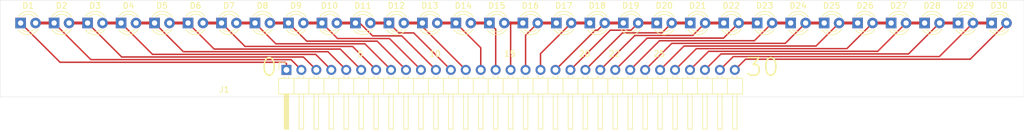
<source format=kicad_pcb>
(kicad_pcb (version 20171130) (host pcbnew "(5.1.7)-1")

  (general
    (thickness 1.6)
    (drawings 12)
    (tracks 119)
    (zones 0)
    (modules 33)
    (nets 32)
  )

  (page A4)
  (layers
    (0 F.Cu signal)
    (31 B.Cu signal)
    (32 B.Adhes user)
    (33 F.Adhes user)
    (34 B.Paste user)
    (35 F.Paste user)
    (36 B.SilkS user)
    (37 F.SilkS user)
    (38 B.Mask user)
    (39 F.Mask user)
    (40 Dwgs.User user)
    (41 Cmts.User user)
    (42 Eco1.User user)
    (43 Eco2.User user)
    (44 Edge.Cuts user)
    (45 Margin user)
    (46 B.CrtYd user)
    (47 F.CrtYd user)
    (48 B.Fab user)
    (49 F.Fab user hide)
  )

  (setup
    (last_trace_width 0.25)
    (user_trace_width 0.5)
    (trace_clearance 0.2)
    (zone_clearance 0.508)
    (zone_45_only no)
    (trace_min 0.2)
    (via_size 0.8)
    (via_drill 0.4)
    (via_min_size 0.4)
    (via_min_drill 0.3)
    (uvia_size 0.3)
    (uvia_drill 0.1)
    (uvias_allowed no)
    (uvia_min_size 0.2)
    (uvia_min_drill 0.1)
    (edge_width 0.05)
    (segment_width 0.2)
    (pcb_text_width 0.3)
    (pcb_text_size 1.5 1.5)
    (mod_edge_width 0.12)
    (mod_text_size 1 1)
    (mod_text_width 0.15)
    (pad_size 1.524 1.524)
    (pad_drill 0.762)
    (pad_to_mask_clearance 0)
    (aux_axis_origin 0 0)
    (visible_elements FFFFFF7F)
    (pcbplotparams
      (layerselection 0x010fc_ffffffff)
      (usegerberextensions false)
      (usegerberattributes true)
      (usegerberadvancedattributes true)
      (creategerberjobfile true)
      (excludeedgelayer true)
      (linewidth 0.100000)
      (plotframeref false)
      (viasonmask false)
      (mode 1)
      (useauxorigin false)
      (hpglpennumber 1)
      (hpglpenspeed 20)
      (hpglpendiameter 15.000000)
      (psnegative false)
      (psa4output false)
      (plotreference true)
      (plotvalue true)
      (plotinvisibletext false)
      (padsonsilk false)
      (subtractmaskfromsilk false)
      (outputformat 1)
      (mirror false)
      (drillshape 1)
      (scaleselection 1)
      (outputdirectory ""))
  )

  (net 0 "")
  (net 1 "Net-(D1-Pad1)")
  (net 2 "Net-(D1-Pad2)")
  (net 3 "Net-(D2-Pad2)")
  (net 4 "Net-(D3-Pad2)")
  (net 5 "Net-(D4-Pad2)")
  (net 6 "Net-(D5-Pad2)")
  (net 7 "Net-(D6-Pad2)")
  (net 8 "Net-(D7-Pad2)")
  (net 9 "Net-(D8-Pad2)")
  (net 10 "Net-(D10-Pad1)")
  (net 11 "Net-(D10-Pad2)")
  (net 12 "Net-(D11-Pad2)")
  (net 13 "Net-(D12-Pad2)")
  (net 14 "Net-(D13-Pad2)")
  (net 15 "Net-(D14-Pad2)")
  (net 16 "Net-(D15-Pad2)")
  (net 17 "Net-(D16-Pad2)")
  (net 18 "Net-(D17-Pad2)")
  (net 19 "Net-(D18-Pad2)")
  (net 20 "Net-(D19-Pad2)")
  (net 21 "Net-(D20-Pad2)")
  (net 22 "Net-(D21-Pad2)")
  (net 23 "Net-(D22-Pad2)")
  (net 24 "Net-(D23-Pad2)")
  (net 25 "Net-(D24-Pad2)")
  (net 26 "Net-(D25-Pad2)")
  (net 27 "Net-(D26-Pad2)")
  (net 28 "Net-(D27-Pad2)")
  (net 29 "Net-(D28-Pad2)")
  (net 30 "Net-(D29-Pad2)")
  (net 31 "Net-(D30-Pad2)")

  (net_class Default "This is the default net class."
    (clearance 0.2)
    (trace_width 0.25)
    (via_dia 0.8)
    (via_drill 0.4)
    (uvia_dia 0.3)
    (uvia_drill 0.1)
    (add_net "Net-(D1-Pad1)")
    (add_net "Net-(D1-Pad2)")
    (add_net "Net-(D10-Pad1)")
    (add_net "Net-(D10-Pad2)")
    (add_net "Net-(D11-Pad2)")
    (add_net "Net-(D12-Pad2)")
    (add_net "Net-(D13-Pad2)")
    (add_net "Net-(D14-Pad2)")
    (add_net "Net-(D15-Pad2)")
    (add_net "Net-(D16-Pad2)")
    (add_net "Net-(D17-Pad2)")
    (add_net "Net-(D18-Pad2)")
    (add_net "Net-(D19-Pad2)")
    (add_net "Net-(D2-Pad2)")
    (add_net "Net-(D20-Pad2)")
    (add_net "Net-(D21-Pad2)")
    (add_net "Net-(D22-Pad2)")
    (add_net "Net-(D23-Pad2)")
    (add_net "Net-(D24-Pad2)")
    (add_net "Net-(D25-Pad2)")
    (add_net "Net-(D26-Pad2)")
    (add_net "Net-(D27-Pad2)")
    (add_net "Net-(D28-Pad2)")
    (add_net "Net-(D29-Pad2)")
    (add_net "Net-(D3-Pad2)")
    (add_net "Net-(D30-Pad2)")
    (add_net "Net-(D4-Pad2)")
    (add_net "Net-(D5-Pad2)")
    (add_net "Net-(D6-Pad2)")
    (add_net "Net-(D7-Pad2)")
    (add_net "Net-(D8-Pad2)")
  )

  (module Pin_Headers:Pin_Header_Angled_1x31_Pitch2.54mm (layer F.Cu) (tedit 5FC6AD08) (tstamp 5FC6B276)
    (at 145.17 50 90)
    (descr "Through hole angled pin header, 1x31, 2.54mm pitch, 6mm pin length, single row")
    (tags "Through hole angled pin header THT 1x31 2.54mm single row")
    (path /5FD66488)
    (fp_text reference J1 (at -3.34 -10.55 180) (layer F.SilkS)
      (effects (font (size 1 1) (thickness 0.15)))
    )
    (fp_text value Conn_01x31_Male (at -4.385 78.47 90) (layer F.Fab)
      (effects (font (size 1 1) (thickness 0.15)))
    )
    (fp_text user %R (at -2.77 38.1) (layer F.Fab)
      (effects (font (size 1 1) (thickness 0.15)))
    )
    (fp_line (start -2.135 -1.27) (end -4.04 -1.27) (layer F.Fab) (width 0.1))
    (fp_line (start -4.04 -1.27) (end -4.04 77.47) (layer F.Fab) (width 0.1))
    (fp_line (start -4.04 77.47) (end -1.5 77.47) (layer F.Fab) (width 0.1))
    (fp_line (start -1.5 77.47) (end -1.5 -0.635) (layer F.Fab) (width 0.1))
    (fp_line (start -1.5 -0.635) (end -2.135 -1.27) (layer F.Fab) (width 0.1))
    (fp_line (start 0.32 -0.32) (end -1.5 -0.32) (layer F.Fab) (width 0.1))
    (fp_line (start 0.32 -0.32) (end 0.32 0.32) (layer F.Fab) (width 0.1))
    (fp_line (start 0.32 0.32) (end -1.5 0.32) (layer F.Fab) (width 0.1))
    (fp_line (start -4.04 -0.32) (end -10.04 -0.32) (layer F.Fab) (width 0.1))
    (fp_line (start -10.04 -0.32) (end -10.04 0.32) (layer F.Fab) (width 0.1))
    (fp_line (start -4.04 0.32) (end -10.04 0.32) (layer F.Fab) (width 0.1))
    (fp_line (start 0.32 2.22) (end -1.5 2.22) (layer F.Fab) (width 0.1))
    (fp_line (start 0.32 2.22) (end 0.32 2.86) (layer F.Fab) (width 0.1))
    (fp_line (start 0.32 2.86) (end -1.5 2.86) (layer F.Fab) (width 0.1))
    (fp_line (start -4.04 2.22) (end -10.04 2.22) (layer F.Fab) (width 0.1))
    (fp_line (start -10.04 2.22) (end -10.04 2.86) (layer F.Fab) (width 0.1))
    (fp_line (start -4.04 2.86) (end -10.04 2.86) (layer F.Fab) (width 0.1))
    (fp_line (start 0.32 4.76) (end -1.5 4.76) (layer F.Fab) (width 0.1))
    (fp_line (start 0.32 4.76) (end 0.32 5.4) (layer F.Fab) (width 0.1))
    (fp_line (start 0.32 5.4) (end -1.5 5.4) (layer F.Fab) (width 0.1))
    (fp_line (start -4.04 4.76) (end -10.04 4.76) (layer F.Fab) (width 0.1))
    (fp_line (start -10.04 4.76) (end -10.04 5.4) (layer F.Fab) (width 0.1))
    (fp_line (start -4.04 5.4) (end -10.04 5.4) (layer F.Fab) (width 0.1))
    (fp_line (start 0.32 7.3) (end -1.5 7.3) (layer F.Fab) (width 0.1))
    (fp_line (start 0.32 7.3) (end 0.32 7.94) (layer F.Fab) (width 0.1))
    (fp_line (start 0.32 7.94) (end -1.5 7.94) (layer F.Fab) (width 0.1))
    (fp_line (start -4.04 7.3) (end -10.04 7.3) (layer F.Fab) (width 0.1))
    (fp_line (start -10.04 7.3) (end -10.04 7.94) (layer F.Fab) (width 0.1))
    (fp_line (start -4.04 7.94) (end -10.04 7.94) (layer F.Fab) (width 0.1))
    (fp_line (start 0.32 9.84) (end -1.5 9.84) (layer F.Fab) (width 0.1))
    (fp_line (start 0.32 9.84) (end 0.32 10.48) (layer F.Fab) (width 0.1))
    (fp_line (start 0.32 10.48) (end -1.5 10.48) (layer F.Fab) (width 0.1))
    (fp_line (start -4.04 9.84) (end -10.04 9.84) (layer F.Fab) (width 0.1))
    (fp_line (start -10.04 9.84) (end -10.04 10.48) (layer F.Fab) (width 0.1))
    (fp_line (start -4.04 10.48) (end -10.04 10.48) (layer F.Fab) (width 0.1))
    (fp_line (start 0.32 12.38) (end -1.5 12.38) (layer F.Fab) (width 0.1))
    (fp_line (start 0.32 12.38) (end 0.32 13.02) (layer F.Fab) (width 0.1))
    (fp_line (start 0.32 13.02) (end -1.5 13.02) (layer F.Fab) (width 0.1))
    (fp_line (start -4.04 12.38) (end -10.04 12.38) (layer F.Fab) (width 0.1))
    (fp_line (start -10.04 12.38) (end -10.04 13.02) (layer F.Fab) (width 0.1))
    (fp_line (start -4.04 13.02) (end -10.04 13.02) (layer F.Fab) (width 0.1))
    (fp_line (start 0.32 14.92) (end -1.5 14.92) (layer F.Fab) (width 0.1))
    (fp_line (start 0.32 14.92) (end 0.32 15.56) (layer F.Fab) (width 0.1))
    (fp_line (start 0.32 15.56) (end -1.5 15.56) (layer F.Fab) (width 0.1))
    (fp_line (start -4.04 14.92) (end -10.04 14.92) (layer F.Fab) (width 0.1))
    (fp_line (start -10.04 14.92) (end -10.04 15.56) (layer F.Fab) (width 0.1))
    (fp_line (start -4.04 15.56) (end -10.04 15.56) (layer F.Fab) (width 0.1))
    (fp_line (start 0.32 17.46) (end -1.5 17.46) (layer F.Fab) (width 0.1))
    (fp_line (start 0.32 17.46) (end 0.32 18.1) (layer F.Fab) (width 0.1))
    (fp_line (start 0.32 18.1) (end -1.5 18.1) (layer F.Fab) (width 0.1))
    (fp_line (start -4.04 17.46) (end -10.04 17.46) (layer F.Fab) (width 0.1))
    (fp_line (start -10.04 17.46) (end -10.04 18.1) (layer F.Fab) (width 0.1))
    (fp_line (start -4.04 18.1) (end -10.04 18.1) (layer F.Fab) (width 0.1))
    (fp_line (start 0.32 20) (end -1.5 20) (layer F.Fab) (width 0.1))
    (fp_line (start 0.32 20) (end 0.32 20.64) (layer F.Fab) (width 0.1))
    (fp_line (start 0.32 20.64) (end -1.5 20.64) (layer F.Fab) (width 0.1))
    (fp_line (start -4.04 20) (end -10.04 20) (layer F.Fab) (width 0.1))
    (fp_line (start -10.04 20) (end -10.04 20.64) (layer F.Fab) (width 0.1))
    (fp_line (start -4.04 20.64) (end -10.04 20.64) (layer F.Fab) (width 0.1))
    (fp_line (start 0.32 22.54) (end -1.5 22.54) (layer F.Fab) (width 0.1))
    (fp_line (start 0.32 22.54) (end 0.32 23.18) (layer F.Fab) (width 0.1))
    (fp_line (start 0.32 23.18) (end -1.5 23.18) (layer F.Fab) (width 0.1))
    (fp_line (start -4.04 22.54) (end -10.04 22.54) (layer F.Fab) (width 0.1))
    (fp_line (start -10.04 22.54) (end -10.04 23.18) (layer F.Fab) (width 0.1))
    (fp_line (start -4.04 23.18) (end -10.04 23.18) (layer F.Fab) (width 0.1))
    (fp_line (start 0.32 25.08) (end -1.5 25.08) (layer F.Fab) (width 0.1))
    (fp_line (start 0.32 25.08) (end 0.32 25.72) (layer F.Fab) (width 0.1))
    (fp_line (start 0.32 25.72) (end -1.5 25.72) (layer F.Fab) (width 0.1))
    (fp_line (start -4.04 25.08) (end -10.04 25.08) (layer F.Fab) (width 0.1))
    (fp_line (start -10.04 25.08) (end -10.04 25.72) (layer F.Fab) (width 0.1))
    (fp_line (start -4.04 25.72) (end -10.04 25.72) (layer F.Fab) (width 0.1))
    (fp_line (start 0.32 27.62) (end -1.5 27.62) (layer F.Fab) (width 0.1))
    (fp_line (start 0.32 27.62) (end 0.32 28.26) (layer F.Fab) (width 0.1))
    (fp_line (start 0.32 28.26) (end -1.5 28.26) (layer F.Fab) (width 0.1))
    (fp_line (start -4.04 27.62) (end -10.04 27.62) (layer F.Fab) (width 0.1))
    (fp_line (start -10.04 27.62) (end -10.04 28.26) (layer F.Fab) (width 0.1))
    (fp_line (start -4.04 28.26) (end -10.04 28.26) (layer F.Fab) (width 0.1))
    (fp_line (start 0.32 30.16) (end -1.5 30.16) (layer F.Fab) (width 0.1))
    (fp_line (start 0.32 30.16) (end 0.32 30.8) (layer F.Fab) (width 0.1))
    (fp_line (start 0.32 30.8) (end -1.5 30.8) (layer F.Fab) (width 0.1))
    (fp_line (start -4.04 30.16) (end -10.04 30.16) (layer F.Fab) (width 0.1))
    (fp_line (start -10.04 30.16) (end -10.04 30.8) (layer F.Fab) (width 0.1))
    (fp_line (start -4.04 30.8) (end -10.04 30.8) (layer F.Fab) (width 0.1))
    (fp_line (start 0.32 32.7) (end -1.5 32.7) (layer F.Fab) (width 0.1))
    (fp_line (start 0.32 32.7) (end 0.32 33.34) (layer F.Fab) (width 0.1))
    (fp_line (start 0.32 33.34) (end -1.5 33.34) (layer F.Fab) (width 0.1))
    (fp_line (start -4.04 32.7) (end -10.04 32.7) (layer F.Fab) (width 0.1))
    (fp_line (start -10.04 32.7) (end -10.04 33.34) (layer F.Fab) (width 0.1))
    (fp_line (start -4.04 33.34) (end -10.04 33.34) (layer F.Fab) (width 0.1))
    (fp_line (start 0.32 35.24) (end -1.5 35.24) (layer F.Fab) (width 0.1))
    (fp_line (start 0.32 35.24) (end 0.32 35.88) (layer F.Fab) (width 0.1))
    (fp_line (start 0.32 35.88) (end -1.5 35.88) (layer F.Fab) (width 0.1))
    (fp_line (start -4.04 35.24) (end -10.04 35.24) (layer F.Fab) (width 0.1))
    (fp_line (start -10.04 35.24) (end -10.04 35.88) (layer F.Fab) (width 0.1))
    (fp_line (start -4.04 35.88) (end -10.04 35.88) (layer F.Fab) (width 0.1))
    (fp_line (start 0.32 37.78) (end -1.5 37.78) (layer F.Fab) (width 0.1))
    (fp_line (start 0.32 37.78) (end 0.32 38.42) (layer F.Fab) (width 0.1))
    (fp_line (start 0.32 38.42) (end -1.5 38.42) (layer F.Fab) (width 0.1))
    (fp_line (start -4.04 37.78) (end -10.04 37.78) (layer F.Fab) (width 0.1))
    (fp_line (start -10.04 37.78) (end -10.04 38.42) (layer F.Fab) (width 0.1))
    (fp_line (start -4.04 38.42) (end -10.04 38.42) (layer F.Fab) (width 0.1))
    (fp_line (start 0.32 40.32) (end -1.5 40.32) (layer F.Fab) (width 0.1))
    (fp_line (start 0.32 40.32) (end 0.32 40.96) (layer F.Fab) (width 0.1))
    (fp_line (start 0.32 40.96) (end -1.5 40.96) (layer F.Fab) (width 0.1))
    (fp_line (start -4.04 40.32) (end -10.04 40.32) (layer F.Fab) (width 0.1))
    (fp_line (start -10.04 40.32) (end -10.04 40.96) (layer F.Fab) (width 0.1))
    (fp_line (start -4.04 40.96) (end -10.04 40.96) (layer F.Fab) (width 0.1))
    (fp_line (start 0.32 42.86) (end -1.5 42.86) (layer F.Fab) (width 0.1))
    (fp_line (start 0.32 42.86) (end 0.32 43.5) (layer F.Fab) (width 0.1))
    (fp_line (start 0.32 43.5) (end -1.5 43.5) (layer F.Fab) (width 0.1))
    (fp_line (start -4.04 42.86) (end -10.04 42.86) (layer F.Fab) (width 0.1))
    (fp_line (start -10.04 42.86) (end -10.04 43.5) (layer F.Fab) (width 0.1))
    (fp_line (start -4.04 43.5) (end -10.04 43.5) (layer F.Fab) (width 0.1))
    (fp_line (start 0.32 45.4) (end -1.5 45.4) (layer F.Fab) (width 0.1))
    (fp_line (start 0.32 45.4) (end 0.32 46.04) (layer F.Fab) (width 0.1))
    (fp_line (start 0.32 46.04) (end -1.5 46.04) (layer F.Fab) (width 0.1))
    (fp_line (start -4.04 45.4) (end -10.04 45.4) (layer F.Fab) (width 0.1))
    (fp_line (start -10.04 45.4) (end -10.04 46.04) (layer F.Fab) (width 0.1))
    (fp_line (start -4.04 46.04) (end -10.04 46.04) (layer F.Fab) (width 0.1))
    (fp_line (start 0.32 47.94) (end -1.5 47.94) (layer F.Fab) (width 0.1))
    (fp_line (start 0.32 47.94) (end 0.32 48.58) (layer F.Fab) (width 0.1))
    (fp_line (start 0.32 48.58) (end -1.5 48.58) (layer F.Fab) (width 0.1))
    (fp_line (start -4.04 47.94) (end -10.04 47.94) (layer F.Fab) (width 0.1))
    (fp_line (start -10.04 47.94) (end -10.04 48.58) (layer F.Fab) (width 0.1))
    (fp_line (start -4.04 48.58) (end -10.04 48.58) (layer F.Fab) (width 0.1))
    (fp_line (start 0.32 50.48) (end -1.5 50.48) (layer F.Fab) (width 0.1))
    (fp_line (start 0.32 50.48) (end 0.32 51.12) (layer F.Fab) (width 0.1))
    (fp_line (start 0.32 51.12) (end -1.5 51.12) (layer F.Fab) (width 0.1))
    (fp_line (start -4.04 50.48) (end -10.04 50.48) (layer F.Fab) (width 0.1))
    (fp_line (start -10.04 50.48) (end -10.04 51.12) (layer F.Fab) (width 0.1))
    (fp_line (start -4.04 51.12) (end -10.04 51.12) (layer F.Fab) (width 0.1))
    (fp_line (start 0.32 53.02) (end -1.5 53.02) (layer F.Fab) (width 0.1))
    (fp_line (start 0.32 53.02) (end 0.32 53.66) (layer F.Fab) (width 0.1))
    (fp_line (start 0.32 53.66) (end -1.5 53.66) (layer F.Fab) (width 0.1))
    (fp_line (start -4.04 53.02) (end -10.04 53.02) (layer F.Fab) (width 0.1))
    (fp_line (start -10.04 53.02) (end -10.04 53.66) (layer F.Fab) (width 0.1))
    (fp_line (start -4.04 53.66) (end -10.04 53.66) (layer F.Fab) (width 0.1))
    (fp_line (start 0.32 55.56) (end -1.5 55.56) (layer F.Fab) (width 0.1))
    (fp_line (start 0.32 55.56) (end 0.32 56.2) (layer F.Fab) (width 0.1))
    (fp_line (start 0.32 56.2) (end -1.5 56.2) (layer F.Fab) (width 0.1))
    (fp_line (start -4.04 55.56) (end -10.04 55.56) (layer F.Fab) (width 0.1))
    (fp_line (start -10.04 55.56) (end -10.04 56.2) (layer F.Fab) (width 0.1))
    (fp_line (start -4.04 56.2) (end -10.04 56.2) (layer F.Fab) (width 0.1))
    (fp_line (start 0.32 58.1) (end -1.5 58.1) (layer F.Fab) (width 0.1))
    (fp_line (start 0.32 58.1) (end 0.32 58.74) (layer F.Fab) (width 0.1))
    (fp_line (start 0.32 58.74) (end -1.5 58.74) (layer F.Fab) (width 0.1))
    (fp_line (start -4.04 58.1) (end -10.04 58.1) (layer F.Fab) (width 0.1))
    (fp_line (start -10.04 58.1) (end -10.04 58.74) (layer F.Fab) (width 0.1))
    (fp_line (start -4.04 58.74) (end -10.04 58.74) (layer F.Fab) (width 0.1))
    (fp_line (start 0.32 60.64) (end -1.5 60.64) (layer F.Fab) (width 0.1))
    (fp_line (start 0.32 60.64) (end 0.32 61.28) (layer F.Fab) (width 0.1))
    (fp_line (start 0.32 61.28) (end -1.5 61.28) (layer F.Fab) (width 0.1))
    (fp_line (start -4.04 60.64) (end -10.04 60.64) (layer F.Fab) (width 0.1))
    (fp_line (start -10.04 60.64) (end -10.04 61.28) (layer F.Fab) (width 0.1))
    (fp_line (start -4.04 61.28) (end -10.04 61.28) (layer F.Fab) (width 0.1))
    (fp_line (start 0.32 63.18) (end -1.5 63.18) (layer F.Fab) (width 0.1))
    (fp_line (start 0.32 63.18) (end 0.32 63.82) (layer F.Fab) (width 0.1))
    (fp_line (start 0.32 63.82) (end -1.5 63.82) (layer F.Fab) (width 0.1))
    (fp_line (start -4.04 63.18) (end -10.04 63.18) (layer F.Fab) (width 0.1))
    (fp_line (start -10.04 63.18) (end -10.04 63.82) (layer F.Fab) (width 0.1))
    (fp_line (start -4.04 63.82) (end -10.04 63.82) (layer F.Fab) (width 0.1))
    (fp_line (start 0.32 65.72) (end -1.5 65.72) (layer F.Fab) (width 0.1))
    (fp_line (start 0.32 65.72) (end 0.32 66.36) (layer F.Fab) (width 0.1))
    (fp_line (start 0.32 66.36) (end -1.5 66.36) (layer F.Fab) (width 0.1))
    (fp_line (start -4.04 65.72) (end -10.04 65.72) (layer F.Fab) (width 0.1))
    (fp_line (start -10.04 65.72) (end -10.04 66.36) (layer F.Fab) (width 0.1))
    (fp_line (start -4.04 66.36) (end -10.04 66.36) (layer F.Fab) (width 0.1))
    (fp_line (start 0.32 68.26) (end -1.5 68.26) (layer F.Fab) (width 0.1))
    (fp_line (start 0.32 68.26) (end 0.32 68.9) (layer F.Fab) (width 0.1))
    (fp_line (start 0.32 68.9) (end -1.5 68.9) (layer F.Fab) (width 0.1))
    (fp_line (start -4.04 68.26) (end -10.04 68.26) (layer F.Fab) (width 0.1))
    (fp_line (start -10.04 68.26) (end -10.04 68.9) (layer F.Fab) (width 0.1))
    (fp_line (start -4.04 68.9) (end -10.04 68.9) (layer F.Fab) (width 0.1))
    (fp_line (start 0.32 70.8) (end -1.5 70.8) (layer F.Fab) (width 0.1))
    (fp_line (start 0.32 70.8) (end 0.32 71.44) (layer F.Fab) (width 0.1))
    (fp_line (start 0.32 71.44) (end -1.5 71.44) (layer F.Fab) (width 0.1))
    (fp_line (start -4.04 70.8) (end -10.04 70.8) (layer F.Fab) (width 0.1))
    (fp_line (start -10.04 70.8) (end -10.04 71.44) (layer F.Fab) (width 0.1))
    (fp_line (start -4.04 71.44) (end -10.04 71.44) (layer F.Fab) (width 0.1))
    (fp_line (start 0.32 73.34) (end -1.5 73.34) (layer F.Fab) (width 0.1))
    (fp_line (start 0.32 73.34) (end 0.32 73.98) (layer F.Fab) (width 0.1))
    (fp_line (start 0.32 73.98) (end -1.5 73.98) (layer F.Fab) (width 0.1))
    (fp_line (start -4.04 73.34) (end -10.04 73.34) (layer F.Fab) (width 0.1))
    (fp_line (start -10.04 73.34) (end -10.04 73.98) (layer F.Fab) (width 0.1))
    (fp_line (start -4.04 73.98) (end -10.04 73.98) (layer F.Fab) (width 0.1))
    (fp_line (start 0.32 75.88) (end -1.5 75.88) (layer F.Fab) (width 0.1))
    (fp_line (start 0.32 75.88) (end 0.32 76.52) (layer F.Fab) (width 0.1))
    (fp_line (start 0.32 76.52) (end -1.5 76.52) (layer F.Fab) (width 0.1))
    (fp_line (start -4.04 75.88) (end -10.04 75.88) (layer F.Fab) (width 0.1))
    (fp_line (start -10.04 75.88) (end -10.04 76.52) (layer F.Fab) (width 0.1))
    (fp_line (start -4.04 76.52) (end -10.04 76.52) (layer F.Fab) (width 0.1))
    (fp_line (start -1.44 -1.33) (end -1.44 77.53) (layer F.SilkS) (width 0.12))
    (fp_line (start -1.44 77.53) (end -4.1 77.53) (layer F.SilkS) (width 0.12))
    (fp_line (start -4.1 77.53) (end -4.1 -1.33) (layer F.SilkS) (width 0.12))
    (fp_line (start -4.1 -1.33) (end -1.44 -1.33) (layer F.SilkS) (width 0.12))
    (fp_line (start -4.1 -0.38) (end -10.1 -0.38) (layer F.SilkS) (width 0.12))
    (fp_line (start -10.1 -0.38) (end -10.1 0.38) (layer F.SilkS) (width 0.12))
    (fp_line (start -10.1 0.38) (end -4.1 0.38) (layer F.SilkS) (width 0.12))
    (fp_line (start -4.1 -0.32) (end -10.1 -0.32) (layer F.SilkS) (width 0.12))
    (fp_line (start -4.1 -0.2) (end -10.1 -0.2) (layer F.SilkS) (width 0.12))
    (fp_line (start -4.1 -0.08) (end -10.1 -0.08) (layer F.SilkS) (width 0.12))
    (fp_line (start -4.1 0.04) (end -10.1 0.04) (layer F.SilkS) (width 0.12))
    (fp_line (start -4.1 0.16) (end -10.1 0.16) (layer F.SilkS) (width 0.12))
    (fp_line (start -4.1 0.28) (end -10.1 0.28) (layer F.SilkS) (width 0.12))
    (fp_line (start -1.11 -0.38) (end -1.44 -0.38) (layer F.SilkS) (width 0.12))
    (fp_line (start -1.11 0.38) (end -1.44 0.38) (layer F.SilkS) (width 0.12))
    (fp_line (start -1.44 1.27) (end -4.1 1.27) (layer F.SilkS) (width 0.12))
    (fp_line (start -4.1 2.16) (end -10.1 2.16) (layer F.SilkS) (width 0.12))
    (fp_line (start -10.1 2.16) (end -10.1 2.92) (layer F.SilkS) (width 0.12))
    (fp_line (start -10.1 2.92) (end -4.1 2.92) (layer F.SilkS) (width 0.12))
    (fp_line (start -1.042929 2.16) (end -1.44 2.16) (layer F.SilkS) (width 0.12))
    (fp_line (start -1.042929 2.92) (end -1.44 2.92) (layer F.SilkS) (width 0.12))
    (fp_line (start -1.44 3.81) (end -4.1 3.81) (layer F.SilkS) (width 0.12))
    (fp_line (start -4.1 4.7) (end -10.1 4.7) (layer F.SilkS) (width 0.12))
    (fp_line (start -10.1 4.7) (end -10.1 5.46) (layer F.SilkS) (width 0.12))
    (fp_line (start -10.1 5.46) (end -4.1 5.46) (layer F.SilkS) (width 0.12))
    (fp_line (start -1.042929 4.7) (end -1.44 4.7) (layer F.SilkS) (width 0.12))
    (fp_line (start -1.042929 5.46) (end -1.44 5.46) (layer F.SilkS) (width 0.12))
    (fp_line (start -1.44 6.35) (end -4.1 6.35) (layer F.SilkS) (width 0.12))
    (fp_line (start -4.1 7.24) (end -10.1 7.24) (layer F.SilkS) (width 0.12))
    (fp_line (start -10.1 7.24) (end -10.1 8) (layer F.SilkS) (width 0.12))
    (fp_line (start -10.1 8) (end -4.1 8) (layer F.SilkS) (width 0.12))
    (fp_line (start -1.042929 7.24) (end -1.44 7.24) (layer F.SilkS) (width 0.12))
    (fp_line (start -1.042929 8) (end -1.44 8) (layer F.SilkS) (width 0.12))
    (fp_line (start -1.44 8.89) (end -4.1 8.89) (layer F.SilkS) (width 0.12))
    (fp_line (start -4.1 9.78) (end -10.1 9.78) (layer F.SilkS) (width 0.12))
    (fp_line (start -10.1 9.78) (end -10.1 10.54) (layer F.SilkS) (width 0.12))
    (fp_line (start -10.1 10.54) (end -4.1 10.54) (layer F.SilkS) (width 0.12))
    (fp_line (start -1.042929 9.78) (end -1.44 9.78) (layer F.SilkS) (width 0.12))
    (fp_line (start -1.042929 10.54) (end -1.44 10.54) (layer F.SilkS) (width 0.12))
    (fp_line (start -1.44 11.43) (end -4.1 11.43) (layer F.SilkS) (width 0.12))
    (fp_line (start -4.1 12.32) (end -10.1 12.32) (layer F.SilkS) (width 0.12))
    (fp_line (start -10.1 12.32) (end -10.1 13.08) (layer F.SilkS) (width 0.12))
    (fp_line (start -10.1 13.08) (end -4.1 13.08) (layer F.SilkS) (width 0.12))
    (fp_line (start -1.042929 12.32) (end -1.44 12.32) (layer F.SilkS) (width 0.12))
    (fp_line (start -1.042929 13.08) (end -1.44 13.08) (layer F.SilkS) (width 0.12))
    (fp_line (start -1.44 13.97) (end -4.1 13.97) (layer F.SilkS) (width 0.12))
    (fp_line (start -4.1 14.86) (end -10.1 14.86) (layer F.SilkS) (width 0.12))
    (fp_line (start -10.1 14.86) (end -10.1 15.62) (layer F.SilkS) (width 0.12))
    (fp_line (start -10.1 15.62) (end -4.1 15.62) (layer F.SilkS) (width 0.12))
    (fp_line (start -1.042929 14.86) (end -1.44 14.86) (layer F.SilkS) (width 0.12))
    (fp_line (start -1.042929 15.62) (end -1.44 15.62) (layer F.SilkS) (width 0.12))
    (fp_line (start -1.44 16.51) (end -4.1 16.51) (layer F.SilkS) (width 0.12))
    (fp_line (start -4.1 17.4) (end -10.1 17.4) (layer F.SilkS) (width 0.12))
    (fp_line (start -10.1 17.4) (end -10.1 18.16) (layer F.SilkS) (width 0.12))
    (fp_line (start -10.1 18.16) (end -4.1 18.16) (layer F.SilkS) (width 0.12))
    (fp_line (start -1.042929 17.4) (end -1.44 17.4) (layer F.SilkS) (width 0.12))
    (fp_line (start -1.042929 18.16) (end -1.44 18.16) (layer F.SilkS) (width 0.12))
    (fp_line (start -1.44 19.05) (end -4.1 19.05) (layer F.SilkS) (width 0.12))
    (fp_line (start -4.1 19.94) (end -10.1 19.94) (layer F.SilkS) (width 0.12))
    (fp_line (start -10.1 19.94) (end -10.1 20.7) (layer F.SilkS) (width 0.12))
    (fp_line (start -10.1 20.7) (end -4.1 20.7) (layer F.SilkS) (width 0.12))
    (fp_line (start -1.042929 19.94) (end -1.44 19.94) (layer F.SilkS) (width 0.12))
    (fp_line (start -1.042929 20.7) (end -1.44 20.7) (layer F.SilkS) (width 0.12))
    (fp_line (start -1.44 21.59) (end -4.1 21.59) (layer F.SilkS) (width 0.12))
    (fp_line (start -4.1 22.48) (end -10.1 22.48) (layer F.SilkS) (width 0.12))
    (fp_line (start -10.1 22.48) (end -10.1 23.24) (layer F.SilkS) (width 0.12))
    (fp_line (start -10.1 23.24) (end -4.1 23.24) (layer F.SilkS) (width 0.12))
    (fp_line (start -1.042929 22.48) (end -1.44 22.48) (layer F.SilkS) (width 0.12))
    (fp_line (start -1.042929 23.24) (end -1.44 23.24) (layer F.SilkS) (width 0.12))
    (fp_line (start -1.44 24.13) (end -4.1 24.13) (layer F.SilkS) (width 0.12))
    (fp_line (start -4.1 25.02) (end -10.1 25.02) (layer F.SilkS) (width 0.12))
    (fp_line (start -10.1 25.02) (end -10.1 25.78) (layer F.SilkS) (width 0.12))
    (fp_line (start -10.1 25.78) (end -4.1 25.78) (layer F.SilkS) (width 0.12))
    (fp_line (start -1.042929 25.02) (end -1.44 25.02) (layer F.SilkS) (width 0.12))
    (fp_line (start -1.042929 25.78) (end -1.44 25.78) (layer F.SilkS) (width 0.12))
    (fp_line (start -1.44 26.67) (end -4.1 26.67) (layer F.SilkS) (width 0.12))
    (fp_line (start -4.1 27.56) (end -10.1 27.56) (layer F.SilkS) (width 0.12))
    (fp_line (start -10.1 27.56) (end -10.1 28.32) (layer F.SilkS) (width 0.12))
    (fp_line (start -10.1 28.32) (end -4.1 28.32) (layer F.SilkS) (width 0.12))
    (fp_line (start -1.042929 27.56) (end -1.44 27.56) (layer F.SilkS) (width 0.12))
    (fp_line (start -1.042929 28.32) (end -1.44 28.32) (layer F.SilkS) (width 0.12))
    (fp_line (start -1.44 29.21) (end -4.1 29.21) (layer F.SilkS) (width 0.12))
    (fp_line (start -4.1 30.1) (end -10.1 30.1) (layer F.SilkS) (width 0.12))
    (fp_line (start -10.1 30.1) (end -10.1 30.86) (layer F.SilkS) (width 0.12))
    (fp_line (start -10.1 30.86) (end -4.1 30.86) (layer F.SilkS) (width 0.12))
    (fp_line (start -1.042929 30.1) (end -1.44 30.1) (layer F.SilkS) (width 0.12))
    (fp_line (start -1.042929 30.86) (end -1.44 30.86) (layer F.SilkS) (width 0.12))
    (fp_line (start -1.44 31.75) (end -4.1 31.75) (layer F.SilkS) (width 0.12))
    (fp_line (start -4.1 32.64) (end -10.1 32.64) (layer F.SilkS) (width 0.12))
    (fp_line (start -10.1 32.64) (end -10.1 33.4) (layer F.SilkS) (width 0.12))
    (fp_line (start -10.1 33.4) (end -4.1 33.4) (layer F.SilkS) (width 0.12))
    (fp_line (start -1.042929 32.64) (end -1.44 32.64) (layer F.SilkS) (width 0.12))
    (fp_line (start -1.042929 33.4) (end -1.44 33.4) (layer F.SilkS) (width 0.12))
    (fp_line (start -1.44 34.29) (end -4.1 34.29) (layer F.SilkS) (width 0.12))
    (fp_line (start -4.1 35.18) (end -10.1 35.18) (layer F.SilkS) (width 0.12))
    (fp_line (start -10.1 35.18) (end -10.1 35.94) (layer F.SilkS) (width 0.12))
    (fp_line (start -10.1 35.94) (end -4.1 35.94) (layer F.SilkS) (width 0.12))
    (fp_line (start -1.042929 35.18) (end -1.44 35.18) (layer F.SilkS) (width 0.12))
    (fp_line (start -1.042929 35.94) (end -1.44 35.94) (layer F.SilkS) (width 0.12))
    (fp_line (start -1.44 36.83) (end -4.1 36.83) (layer F.SilkS) (width 0.12))
    (fp_line (start -4.1 37.72) (end -10.1 37.72) (layer F.SilkS) (width 0.12))
    (fp_line (start -10.1 37.72) (end -10.1 38.48) (layer F.SilkS) (width 0.12))
    (fp_line (start -10.1 38.48) (end -4.1 38.48) (layer F.SilkS) (width 0.12))
    (fp_line (start -1.042929 37.72) (end -1.44 37.72) (layer F.SilkS) (width 0.12))
    (fp_line (start -1.042929 38.48) (end -1.44 38.48) (layer F.SilkS) (width 0.12))
    (fp_line (start -1.44 39.37) (end -4.1 39.37) (layer F.SilkS) (width 0.12))
    (fp_line (start -4.1 40.26) (end -10.1 40.26) (layer F.SilkS) (width 0.12))
    (fp_line (start -10.1 40.26) (end -10.1 41.02) (layer F.SilkS) (width 0.12))
    (fp_line (start -10.1 41.02) (end -4.1 41.02) (layer F.SilkS) (width 0.12))
    (fp_line (start -1.042929 40.26) (end -1.44 40.26) (layer F.SilkS) (width 0.12))
    (fp_line (start -1.042929 41.02) (end -1.44 41.02) (layer F.SilkS) (width 0.12))
    (fp_line (start -1.44 41.91) (end -4.1 41.91) (layer F.SilkS) (width 0.12))
    (fp_line (start -4.1 42.8) (end -10.1 42.8) (layer F.SilkS) (width 0.12))
    (fp_line (start -10.1 42.8) (end -10.1 43.56) (layer F.SilkS) (width 0.12))
    (fp_line (start -10.1 43.56) (end -4.1 43.56) (layer F.SilkS) (width 0.12))
    (fp_line (start -1.042929 42.8) (end -1.44 42.8) (layer F.SilkS) (width 0.12))
    (fp_line (start -1.042929 43.56) (end -1.44 43.56) (layer F.SilkS) (width 0.12))
    (fp_line (start -1.44 44.45) (end -4.1 44.45) (layer F.SilkS) (width 0.12))
    (fp_line (start -4.1 45.34) (end -10.1 45.34) (layer F.SilkS) (width 0.12))
    (fp_line (start -10.1 45.34) (end -10.1 46.1) (layer F.SilkS) (width 0.12))
    (fp_line (start -10.1 46.1) (end -4.1 46.1) (layer F.SilkS) (width 0.12))
    (fp_line (start -1.042929 45.34) (end -1.44 45.34) (layer F.SilkS) (width 0.12))
    (fp_line (start -1.042929 46.1) (end -1.44 46.1) (layer F.SilkS) (width 0.12))
    (fp_line (start -1.44 46.99) (end -4.1 46.99) (layer F.SilkS) (width 0.12))
    (fp_line (start -4.1 47.88) (end -10.1 47.88) (layer F.SilkS) (width 0.12))
    (fp_line (start -10.1 47.88) (end -10.1 48.64) (layer F.SilkS) (width 0.12))
    (fp_line (start -10.1 48.64) (end -4.1 48.64) (layer F.SilkS) (width 0.12))
    (fp_line (start -1.042929 47.88) (end -1.44 47.88) (layer F.SilkS) (width 0.12))
    (fp_line (start -1.042929 48.64) (end -1.44 48.64) (layer F.SilkS) (width 0.12))
    (fp_line (start -1.44 49.53) (end -4.1 49.53) (layer F.SilkS) (width 0.12))
    (fp_line (start -4.1 50.42) (end -10.1 50.42) (layer F.SilkS) (width 0.12))
    (fp_line (start -10.1 50.42) (end -10.1 51.18) (layer F.SilkS) (width 0.12))
    (fp_line (start -10.1 51.18) (end -4.1 51.18) (layer F.SilkS) (width 0.12))
    (fp_line (start -1.042929 50.42) (end -1.44 50.42) (layer F.SilkS) (width 0.12))
    (fp_line (start -1.042929 51.18) (end -1.44 51.18) (layer F.SilkS) (width 0.12))
    (fp_line (start -1.44 52.07) (end -4.1 52.07) (layer F.SilkS) (width 0.12))
    (fp_line (start -4.1 52.96) (end -10.1 52.96) (layer F.SilkS) (width 0.12))
    (fp_line (start -10.1 52.96) (end -10.1 53.72) (layer F.SilkS) (width 0.12))
    (fp_line (start -10.1 53.72) (end -4.1 53.72) (layer F.SilkS) (width 0.12))
    (fp_line (start -1.042929 52.96) (end -1.44 52.96) (layer F.SilkS) (width 0.12))
    (fp_line (start -1.042929 53.72) (end -1.44 53.72) (layer F.SilkS) (width 0.12))
    (fp_line (start -1.44 54.61) (end -4.1 54.61) (layer F.SilkS) (width 0.12))
    (fp_line (start -4.1 55.5) (end -10.1 55.5) (layer F.SilkS) (width 0.12))
    (fp_line (start -10.1 55.5) (end -10.1 56.26) (layer F.SilkS) (width 0.12))
    (fp_line (start -10.1 56.26) (end -4.1 56.26) (layer F.SilkS) (width 0.12))
    (fp_line (start -1.042929 55.5) (end -1.44 55.5) (layer F.SilkS) (width 0.12))
    (fp_line (start -1.042929 56.26) (end -1.44 56.26) (layer F.SilkS) (width 0.12))
    (fp_line (start -1.44 57.15) (end -4.1 57.15) (layer F.SilkS) (width 0.12))
    (fp_line (start -4.1 58.04) (end -10.1 58.04) (layer F.SilkS) (width 0.12))
    (fp_line (start -10.1 58.04) (end -10.1 58.8) (layer F.SilkS) (width 0.12))
    (fp_line (start -10.1 58.8) (end -4.1 58.8) (layer F.SilkS) (width 0.12))
    (fp_line (start -1.042929 58.04) (end -1.44 58.04) (layer F.SilkS) (width 0.12))
    (fp_line (start -1.042929 58.8) (end -1.44 58.8) (layer F.SilkS) (width 0.12))
    (fp_line (start -1.44 59.69) (end -4.1 59.69) (layer F.SilkS) (width 0.12))
    (fp_line (start -4.1 60.58) (end -10.1 60.58) (layer F.SilkS) (width 0.12))
    (fp_line (start -10.1 60.58) (end -10.1 61.34) (layer F.SilkS) (width 0.12))
    (fp_line (start -10.1 61.34) (end -4.1 61.34) (layer F.SilkS) (width 0.12))
    (fp_line (start -1.042929 60.58) (end -1.44 60.58) (layer F.SilkS) (width 0.12))
    (fp_line (start -1.042929 61.34) (end -1.44 61.34) (layer F.SilkS) (width 0.12))
    (fp_line (start -1.44 62.23) (end -4.1 62.23) (layer F.SilkS) (width 0.12))
    (fp_line (start -4.1 63.12) (end -10.1 63.12) (layer F.SilkS) (width 0.12))
    (fp_line (start -10.1 63.12) (end -10.1 63.88) (layer F.SilkS) (width 0.12))
    (fp_line (start -10.1 63.88) (end -4.1 63.88) (layer F.SilkS) (width 0.12))
    (fp_line (start -1.042929 63.12) (end -1.44 63.12) (layer F.SilkS) (width 0.12))
    (fp_line (start -1.042929 63.88) (end -1.44 63.88) (layer F.SilkS) (width 0.12))
    (fp_line (start -1.44 64.77) (end -4.1 64.77) (layer F.SilkS) (width 0.12))
    (fp_line (start -4.1 65.66) (end -10.1 65.66) (layer F.SilkS) (width 0.12))
    (fp_line (start -10.1 65.66) (end -10.1 66.42) (layer F.SilkS) (width 0.12))
    (fp_line (start -10.1 66.42) (end -4.1 66.42) (layer F.SilkS) (width 0.12))
    (fp_line (start -1.042929 65.66) (end -1.44 65.66) (layer F.SilkS) (width 0.12))
    (fp_line (start -1.042929 66.42) (end -1.44 66.42) (layer F.SilkS) (width 0.12))
    (fp_line (start -1.44 67.31) (end -4.1 67.31) (layer F.SilkS) (width 0.12))
    (fp_line (start -4.1 68.2) (end -10.1 68.2) (layer F.SilkS) (width 0.12))
    (fp_line (start -10.1 68.2) (end -10.1 68.96) (layer F.SilkS) (width 0.12))
    (fp_line (start -10.1 68.96) (end -4.1 68.96) (layer F.SilkS) (width 0.12))
    (fp_line (start -1.042929 68.2) (end -1.44 68.2) (layer F.SilkS) (width 0.12))
    (fp_line (start -1.042929 68.96) (end -1.44 68.96) (layer F.SilkS) (width 0.12))
    (fp_line (start -1.44 69.85) (end -4.1 69.85) (layer F.SilkS) (width 0.12))
    (fp_line (start -4.1 70.74) (end -10.1 70.74) (layer F.SilkS) (width 0.12))
    (fp_line (start -10.1 70.74) (end -10.1 71.5) (layer F.SilkS) (width 0.12))
    (fp_line (start -10.1 71.5) (end -4.1 71.5) (layer F.SilkS) (width 0.12))
    (fp_line (start -1.042929 70.74) (end -1.44 70.74) (layer F.SilkS) (width 0.12))
    (fp_line (start -1.042929 71.5) (end -1.44 71.5) (layer F.SilkS) (width 0.12))
    (fp_line (start -1.44 72.39) (end -4.1 72.39) (layer F.SilkS) (width 0.12))
    (fp_line (start -4.1 73.28) (end -10.1 73.28) (layer F.SilkS) (width 0.12))
    (fp_line (start -10.1 73.28) (end -10.1 74.04) (layer F.SilkS) (width 0.12))
    (fp_line (start -10.1 74.04) (end -4.1 74.04) (layer F.SilkS) (width 0.12))
    (fp_line (start -1.042929 73.28) (end -1.44 73.28) (layer F.SilkS) (width 0.12))
    (fp_line (start -1.042929 74.04) (end -1.44 74.04) (layer F.SilkS) (width 0.12))
    (fp_line (start -1.44 74.93) (end -4.1 74.93) (layer F.SilkS) (width 0.12))
    (fp_line (start -4.1 75.82) (end -10.1 75.82) (layer F.SilkS) (width 0.12))
    (fp_line (start -10.1 75.82) (end -10.1 76.58) (layer F.SilkS) (width 0.12))
    (fp_line (start -10.1 76.58) (end -4.1 76.58) (layer F.SilkS) (width 0.12))
    (fp_line (start -1.042929 75.82) (end -1.44 75.82) (layer F.SilkS) (width 0.12))
    (fp_line (start -1.042929 76.58) (end -1.44 76.58) (layer F.SilkS) (width 0.12))
    (fp_line (start 1.27 0) (end 1.27 -1.27) (layer F.SilkS) (width 0.12))
    (fp_line (start 1.27 -1.27) (end 0 -1.27) (layer F.SilkS) (width 0.12))
    (fp_line (start 1.8 -1.8) (end 1.8 78) (layer F.CrtYd) (width 0.05))
    (fp_line (start 1.8 78) (end -10.55 78) (layer F.CrtYd) (width 0.05))
    (fp_line (start -10.55 78) (end -10.55 -1.8) (layer F.CrtYd) (width 0.05))
    (fp_line (start -10.55 -1.8) (end 1.8 -1.8) (layer F.CrtYd) (width 0.05))
    (pad 31 thru_hole oval (at 0 76.2 90) (size 1.7 1.7) (drill 1) (layers *.Cu *.Mask)
      (net 31 "Net-(D30-Pad2)"))
    (pad 30 thru_hole oval (at 0 73.66 90) (size 1.7 1.7) (drill 1) (layers *.Cu *.Mask)
      (net 30 "Net-(D29-Pad2)"))
    (pad 29 thru_hole oval (at 0 71.12 90) (size 1.7 1.7) (drill 1) (layers *.Cu *.Mask)
      (net 29 "Net-(D28-Pad2)"))
    (pad 28 thru_hole oval (at 0 68.58 90) (size 1.7 1.7) (drill 1) (layers *.Cu *.Mask)
      (net 28 "Net-(D27-Pad2)"))
    (pad 27 thru_hole oval (at 0 66.04 90) (size 1.7 1.7) (drill 1) (layers *.Cu *.Mask)
      (net 27 "Net-(D26-Pad2)"))
    (pad 26 thru_hole oval (at 0 63.5 90) (size 1.7 1.7) (drill 1) (layers *.Cu *.Mask)
      (net 26 "Net-(D25-Pad2)"))
    (pad 25 thru_hole oval (at 0 60.96 90) (size 1.7 1.7) (drill 1) (layers *.Cu *.Mask)
      (net 25 "Net-(D24-Pad2)"))
    (pad 24 thru_hole oval (at 0 58.42 90) (size 1.7 1.7) (drill 1) (layers *.Cu *.Mask)
      (net 24 "Net-(D23-Pad2)"))
    (pad 23 thru_hole oval (at 0 55.88 90) (size 1.7 1.7) (drill 1) (layers *.Cu *.Mask)
      (net 23 "Net-(D22-Pad2)"))
    (pad 22 thru_hole oval (at 0 53.34 90) (size 1.7 1.7) (drill 1) (layers *.Cu *.Mask)
      (net 22 "Net-(D21-Pad2)"))
    (pad 21 thru_hole oval (at 0 50.8 90) (size 1.7 1.7) (drill 1) (layers *.Cu *.Mask)
      (net 21 "Net-(D20-Pad2)"))
    (pad 20 thru_hole oval (at 0 48.26 90) (size 1.7 1.7) (drill 1) (layers *.Cu *.Mask)
      (net 20 "Net-(D19-Pad2)"))
    (pad 19 thru_hole oval (at 0 45.72 90) (size 1.7 1.7) (drill 1) (layers *.Cu *.Mask)
      (net 19 "Net-(D18-Pad2)"))
    (pad 18 thru_hole oval (at 0 43.18 90) (size 1.7 1.7) (drill 1) (layers *.Cu *.Mask)
      (net 18 "Net-(D17-Pad2)"))
    (pad 17 thru_hole oval (at 0 40.64 90) (size 1.7 1.7) (drill 1) (layers *.Cu *.Mask)
      (net 17 "Net-(D16-Pad2)"))
    (pad 16 thru_hole oval (at 0 38.1 90) (size 1.7 1.7) (drill 1) (layers *.Cu *.Mask)
      (net 16 "Net-(D15-Pad2)"))
    (pad 15 thru_hole oval (at 0 35.56 90) (size 1.7 1.7) (drill 1) (layers *.Cu *.Mask)
      (net 15 "Net-(D14-Pad2)"))
    (pad 14 thru_hole oval (at 0 33.02 90) (size 1.7 1.7) (drill 1) (layers *.Cu *.Mask)
      (net 14 "Net-(D13-Pad2)"))
    (pad 13 thru_hole oval (at 0 30.48 90) (size 1.7 1.7) (drill 1) (layers *.Cu *.Mask)
      (net 13 "Net-(D12-Pad2)"))
    (pad 12 thru_hole oval (at 0 27.94 90) (size 1.7 1.7) (drill 1) (layers *.Cu *.Mask)
      (net 12 "Net-(D11-Pad2)"))
    (pad 11 thru_hole oval (at 0 25.4 90) (size 1.7 1.7) (drill 1) (layers *.Cu *.Mask)
      (net 11 "Net-(D10-Pad2)"))
    (pad 10 thru_hole oval (at 0 22.86 90) (size 1.7 1.7) (drill 1) (layers *.Cu *.Mask)
      (net 10 "Net-(D10-Pad1)"))
    (pad 9 thru_hole oval (at 0 20.32 90) (size 1.7 1.7) (drill 1) (layers *.Cu *.Mask)
      (net 9 "Net-(D8-Pad2)"))
    (pad 8 thru_hole oval (at 0 17.78 90) (size 1.7 1.7) (drill 1) (layers *.Cu *.Mask)
      (net 8 "Net-(D7-Pad2)"))
    (pad 7 thru_hole oval (at 0 15.24 90) (size 1.7 1.7) (drill 1) (layers *.Cu *.Mask)
      (net 7 "Net-(D6-Pad2)"))
    (pad 6 thru_hole oval (at 0 12.7 90) (size 1.7 1.7) (drill 1) (layers *.Cu *.Mask)
      (net 6 "Net-(D5-Pad2)"))
    (pad 5 thru_hole oval (at 0 10.16 90) (size 1.7 1.7) (drill 1) (layers *.Cu *.Mask)
      (net 5 "Net-(D4-Pad2)"))
    (pad 4 thru_hole oval (at 0 7.62 90) (size 1.7 1.7) (drill 1) (layers *.Cu *.Mask)
      (net 4 "Net-(D3-Pad2)"))
    (pad 3 thru_hole oval (at 0 5.08 90) (size 1.7 1.7) (drill 1) (layers *.Cu *.Mask)
      (net 3 "Net-(D2-Pad2)"))
    (pad 2 thru_hole oval (at 0 2.54 90) (size 1.7 1.7) (drill 1) (layers *.Cu *.Mask)
      (net 2 "Net-(D1-Pad2)"))
    (pad 1 thru_hole rect (at 0 0 90) (size 1.7 1.7) (drill 1) (layers *.Cu *.Mask)
      (net 1 "Net-(D1-Pad1)"))
    (model ${KISYS3DMOD}/Pin_Headers.3dshapes/Pin_Header_Angled_1x31_Pitch2.54mm.wrl
      (at (xyz 0 0 0))
      (scale (xyz 1 1 1))
      (rotate (xyz 0 0 0))
    )
  )

  (module LEDs:LED_D3.0mm (layer F.Cu) (tedit 587A3A7B) (tstamp 5FC6AEA3)
    (at 100 42)
    (descr "LED, diameter 3.0mm, 2 pins")
    (tags "LED diameter 3.0mm 2 pins")
    (path /5FD3E62C)
    (fp_text reference D1 (at 1.27 -2.96) (layer F.SilkS)
      (effects (font (size 1 1) (thickness 0.15)))
    )
    (fp_text value LED_Small (at 1.27 2.96) (layer F.Fab)
      (effects (font (size 1 1) (thickness 0.15)))
    )
    (fp_line (start 3.7 -2.25) (end -1.15 -2.25) (layer F.CrtYd) (width 0.05))
    (fp_line (start 3.7 2.25) (end 3.7 -2.25) (layer F.CrtYd) (width 0.05))
    (fp_line (start -1.15 2.25) (end 3.7 2.25) (layer F.CrtYd) (width 0.05))
    (fp_line (start -1.15 -2.25) (end -1.15 2.25) (layer F.CrtYd) (width 0.05))
    (fp_line (start -0.29 1.08) (end -0.29 1.236) (layer F.SilkS) (width 0.12))
    (fp_line (start -0.29 -1.236) (end -0.29 -1.08) (layer F.SilkS) (width 0.12))
    (fp_line (start -0.23 -1.16619) (end -0.23 1.16619) (layer F.Fab) (width 0.1))
    (fp_circle (center 1.27 0) (end 2.77 0) (layer F.Fab) (width 0.1))
    (fp_arc (start 1.27 0) (end -0.23 -1.16619) (angle 284.3) (layer F.Fab) (width 0.1))
    (fp_arc (start 1.27 0) (end -0.29 -1.235516) (angle 108.8) (layer F.SilkS) (width 0.12))
    (fp_arc (start 1.27 0) (end -0.29 1.235516) (angle -108.8) (layer F.SilkS) (width 0.12))
    (fp_arc (start 1.27 0) (end 0.229039 -1.08) (angle 87.9) (layer F.SilkS) (width 0.12))
    (fp_arc (start 1.27 0) (end 0.229039 1.08) (angle -87.9) (layer F.SilkS) (width 0.12))
    (pad 1 thru_hole rect (at 0 0) (size 1.8 1.8) (drill 0.9) (layers *.Cu *.Mask)
      (net 1 "Net-(D1-Pad1)"))
    (pad 2 thru_hole circle (at 2.54 0) (size 1.8 1.8) (drill 0.9) (layers *.Cu *.Mask)
      (net 2 "Net-(D1-Pad2)"))
    (model ${KISYS3DMOD}/LEDs.3dshapes/LED_D3.0mm.wrl
      (at (xyz 0 0 0))
      (scale (xyz 0.393701 0.393701 0.393701))
      (rotate (xyz 0 0 0))
    )
  )

  (module LEDs:LED_D3.0mm (layer F.Cu) (tedit 587A3A7B) (tstamp 5FC6AEB6)
    (at 105.689655 42)
    (descr "LED, diameter 3.0mm, 2 pins")
    (tags "LED diameter 3.0mm 2 pins")
    (path /5FD3E626)
    (fp_text reference D2 (at 1.27 -2.96) (layer F.SilkS)
      (effects (font (size 1 1) (thickness 0.15)))
    )
    (fp_text value LED_Small (at 1.27 2.96) (layer F.Fab)
      (effects (font (size 1 1) (thickness 0.15)))
    )
    (fp_arc (start 1.27 0) (end 0.229039 1.08) (angle -87.9) (layer F.SilkS) (width 0.12))
    (fp_arc (start 1.27 0) (end 0.229039 -1.08) (angle 87.9) (layer F.SilkS) (width 0.12))
    (fp_arc (start 1.27 0) (end -0.29 1.235516) (angle -108.8) (layer F.SilkS) (width 0.12))
    (fp_arc (start 1.27 0) (end -0.29 -1.235516) (angle 108.8) (layer F.SilkS) (width 0.12))
    (fp_arc (start 1.27 0) (end -0.23 -1.16619) (angle 284.3) (layer F.Fab) (width 0.1))
    (fp_circle (center 1.27 0) (end 2.77 0) (layer F.Fab) (width 0.1))
    (fp_line (start -0.23 -1.16619) (end -0.23 1.16619) (layer F.Fab) (width 0.1))
    (fp_line (start -0.29 -1.236) (end -0.29 -1.08) (layer F.SilkS) (width 0.12))
    (fp_line (start -0.29 1.08) (end -0.29 1.236) (layer F.SilkS) (width 0.12))
    (fp_line (start -1.15 -2.25) (end -1.15 2.25) (layer F.CrtYd) (width 0.05))
    (fp_line (start -1.15 2.25) (end 3.7 2.25) (layer F.CrtYd) (width 0.05))
    (fp_line (start 3.7 2.25) (end 3.7 -2.25) (layer F.CrtYd) (width 0.05))
    (fp_line (start 3.7 -2.25) (end -1.15 -2.25) (layer F.CrtYd) (width 0.05))
    (pad 2 thru_hole circle (at 2.54 0) (size 1.8 1.8) (drill 0.9) (layers *.Cu *.Mask)
      (net 3 "Net-(D2-Pad2)"))
    (pad 1 thru_hole rect (at 0 0) (size 1.8 1.8) (drill 0.9) (layers *.Cu *.Mask)
      (net 2 "Net-(D1-Pad2)"))
    (model ${KISYS3DMOD}/LEDs.3dshapes/LED_D3.0mm.wrl
      (at (xyz 0 0 0))
      (scale (xyz 0.393701 0.393701 0.393701))
      (rotate (xyz 0 0 0))
    )
  )

  (module LEDs:LED_D3.0mm (layer F.Cu) (tedit 587A3A7B) (tstamp 5FC6AEC9)
    (at 111.37931 42)
    (descr "LED, diameter 3.0mm, 2 pins")
    (tags "LED diameter 3.0mm 2 pins")
    (path /5FD3E620)
    (fp_text reference D3 (at 1.27 -2.96) (layer F.SilkS)
      (effects (font (size 1 1) (thickness 0.15)))
    )
    (fp_text value LED_Small (at 1.27 2.96) (layer F.Fab)
      (effects (font (size 1 1) (thickness 0.15)))
    )
    (fp_line (start 3.7 -2.25) (end -1.15 -2.25) (layer F.CrtYd) (width 0.05))
    (fp_line (start 3.7 2.25) (end 3.7 -2.25) (layer F.CrtYd) (width 0.05))
    (fp_line (start -1.15 2.25) (end 3.7 2.25) (layer F.CrtYd) (width 0.05))
    (fp_line (start -1.15 -2.25) (end -1.15 2.25) (layer F.CrtYd) (width 0.05))
    (fp_line (start -0.29 1.08) (end -0.29 1.236) (layer F.SilkS) (width 0.12))
    (fp_line (start -0.29 -1.236) (end -0.29 -1.08) (layer F.SilkS) (width 0.12))
    (fp_line (start -0.23 -1.16619) (end -0.23 1.16619) (layer F.Fab) (width 0.1))
    (fp_circle (center 1.27 0) (end 2.77 0) (layer F.Fab) (width 0.1))
    (fp_arc (start 1.27 0) (end -0.23 -1.16619) (angle 284.3) (layer F.Fab) (width 0.1))
    (fp_arc (start 1.27 0) (end -0.29 -1.235516) (angle 108.8) (layer F.SilkS) (width 0.12))
    (fp_arc (start 1.27 0) (end -0.29 1.235516) (angle -108.8) (layer F.SilkS) (width 0.12))
    (fp_arc (start 1.27 0) (end 0.229039 -1.08) (angle 87.9) (layer F.SilkS) (width 0.12))
    (fp_arc (start 1.27 0) (end 0.229039 1.08) (angle -87.9) (layer F.SilkS) (width 0.12))
    (pad 1 thru_hole rect (at 0 0) (size 1.8 1.8) (drill 0.9) (layers *.Cu *.Mask)
      (net 3 "Net-(D2-Pad2)"))
    (pad 2 thru_hole circle (at 2.54 0) (size 1.8 1.8) (drill 0.9) (layers *.Cu *.Mask)
      (net 4 "Net-(D3-Pad2)"))
    (model ${KISYS3DMOD}/LEDs.3dshapes/LED_D3.0mm.wrl
      (at (xyz 0 0 0))
      (scale (xyz 0.393701 0.393701 0.393701))
      (rotate (xyz 0 0 0))
    )
  )

  (module LEDs:LED_D3.0mm (layer F.Cu) (tedit 587A3A7B) (tstamp 5FC6AEDC)
    (at 117.068965 42)
    (descr "LED, diameter 3.0mm, 2 pins")
    (tags "LED diameter 3.0mm 2 pins")
    (path /5FD3E61A)
    (fp_text reference D4 (at 1.27 -2.96) (layer F.SilkS)
      (effects (font (size 1 1) (thickness 0.15)))
    )
    (fp_text value LED_Small (at 1.27 2.96) (layer F.Fab)
      (effects (font (size 1 1) (thickness 0.15)))
    )
    (fp_arc (start 1.27 0) (end 0.229039 1.08) (angle -87.9) (layer F.SilkS) (width 0.12))
    (fp_arc (start 1.27 0) (end 0.229039 -1.08) (angle 87.9) (layer F.SilkS) (width 0.12))
    (fp_arc (start 1.27 0) (end -0.29 1.235516) (angle -108.8) (layer F.SilkS) (width 0.12))
    (fp_arc (start 1.27 0) (end -0.29 -1.235516) (angle 108.8) (layer F.SilkS) (width 0.12))
    (fp_arc (start 1.27 0) (end -0.23 -1.16619) (angle 284.3) (layer F.Fab) (width 0.1))
    (fp_circle (center 1.27 0) (end 2.77 0) (layer F.Fab) (width 0.1))
    (fp_line (start -0.23 -1.16619) (end -0.23 1.16619) (layer F.Fab) (width 0.1))
    (fp_line (start -0.29 -1.236) (end -0.29 -1.08) (layer F.SilkS) (width 0.12))
    (fp_line (start -0.29 1.08) (end -0.29 1.236) (layer F.SilkS) (width 0.12))
    (fp_line (start -1.15 -2.25) (end -1.15 2.25) (layer F.CrtYd) (width 0.05))
    (fp_line (start -1.15 2.25) (end 3.7 2.25) (layer F.CrtYd) (width 0.05))
    (fp_line (start 3.7 2.25) (end 3.7 -2.25) (layer F.CrtYd) (width 0.05))
    (fp_line (start 3.7 -2.25) (end -1.15 -2.25) (layer F.CrtYd) (width 0.05))
    (pad 2 thru_hole circle (at 2.54 0) (size 1.8 1.8) (drill 0.9) (layers *.Cu *.Mask)
      (net 5 "Net-(D4-Pad2)"))
    (pad 1 thru_hole rect (at 0 0) (size 1.8 1.8) (drill 0.9) (layers *.Cu *.Mask)
      (net 4 "Net-(D3-Pad2)"))
    (model ${KISYS3DMOD}/LEDs.3dshapes/LED_D3.0mm.wrl
      (at (xyz 0 0 0))
      (scale (xyz 0.393701 0.393701 0.393701))
      (rotate (xyz 0 0 0))
    )
  )

  (module LEDs:LED_D3.0mm (layer F.Cu) (tedit 587A3A7B) (tstamp 5FC6AEEF)
    (at 122.75862 42)
    (descr "LED, diameter 3.0mm, 2 pins")
    (tags "LED diameter 3.0mm 2 pins")
    (path /5FD3E614)
    (fp_text reference D5 (at 1.27 -2.96) (layer F.SilkS)
      (effects (font (size 1 1) (thickness 0.15)))
    )
    (fp_text value LED_Small (at 1.27 2.96) (layer F.Fab)
      (effects (font (size 1 1) (thickness 0.15)))
    )
    (fp_line (start 3.7 -2.25) (end -1.15 -2.25) (layer F.CrtYd) (width 0.05))
    (fp_line (start 3.7 2.25) (end 3.7 -2.25) (layer F.CrtYd) (width 0.05))
    (fp_line (start -1.15 2.25) (end 3.7 2.25) (layer F.CrtYd) (width 0.05))
    (fp_line (start -1.15 -2.25) (end -1.15 2.25) (layer F.CrtYd) (width 0.05))
    (fp_line (start -0.29 1.08) (end -0.29 1.236) (layer F.SilkS) (width 0.12))
    (fp_line (start -0.29 -1.236) (end -0.29 -1.08) (layer F.SilkS) (width 0.12))
    (fp_line (start -0.23 -1.16619) (end -0.23 1.16619) (layer F.Fab) (width 0.1))
    (fp_circle (center 1.27 0) (end 2.77 0) (layer F.Fab) (width 0.1))
    (fp_arc (start 1.27 0) (end -0.23 -1.16619) (angle 284.3) (layer F.Fab) (width 0.1))
    (fp_arc (start 1.27 0) (end -0.29 -1.235516) (angle 108.8) (layer F.SilkS) (width 0.12))
    (fp_arc (start 1.27 0) (end -0.29 1.235516) (angle -108.8) (layer F.SilkS) (width 0.12))
    (fp_arc (start 1.27 0) (end 0.229039 -1.08) (angle 87.9) (layer F.SilkS) (width 0.12))
    (fp_arc (start 1.27 0) (end 0.229039 1.08) (angle -87.9) (layer F.SilkS) (width 0.12))
    (pad 1 thru_hole rect (at 0 0) (size 1.8 1.8) (drill 0.9) (layers *.Cu *.Mask)
      (net 5 "Net-(D4-Pad2)"))
    (pad 2 thru_hole circle (at 2.54 0) (size 1.8 1.8) (drill 0.9) (layers *.Cu *.Mask)
      (net 6 "Net-(D5-Pad2)"))
    (model ${KISYS3DMOD}/LEDs.3dshapes/LED_D3.0mm.wrl
      (at (xyz 0 0 0))
      (scale (xyz 0.393701 0.393701 0.393701))
      (rotate (xyz 0 0 0))
    )
  )

  (module LEDs:LED_D3.0mm (layer F.Cu) (tedit 587A3A7B) (tstamp 5FC6AF02)
    (at 128.448275 42)
    (descr "LED, diameter 3.0mm, 2 pins")
    (tags "LED diameter 3.0mm 2 pins")
    (path /5FD3E60E)
    (fp_text reference D6 (at 1.27 -2.96) (layer F.SilkS)
      (effects (font (size 1 1) (thickness 0.15)))
    )
    (fp_text value LED_Small (at 1.27 2.96) (layer F.Fab)
      (effects (font (size 1 1) (thickness 0.15)))
    )
    (fp_arc (start 1.27 0) (end 0.229039 1.08) (angle -87.9) (layer F.SilkS) (width 0.12))
    (fp_arc (start 1.27 0) (end 0.229039 -1.08) (angle 87.9) (layer F.SilkS) (width 0.12))
    (fp_arc (start 1.27 0) (end -0.29 1.235516) (angle -108.8) (layer F.SilkS) (width 0.12))
    (fp_arc (start 1.27 0) (end -0.29 -1.235516) (angle 108.8) (layer F.SilkS) (width 0.12))
    (fp_arc (start 1.27 0) (end -0.23 -1.16619) (angle 284.3) (layer F.Fab) (width 0.1))
    (fp_circle (center 1.27 0) (end 2.77 0) (layer F.Fab) (width 0.1))
    (fp_line (start -0.23 -1.16619) (end -0.23 1.16619) (layer F.Fab) (width 0.1))
    (fp_line (start -0.29 -1.236) (end -0.29 -1.08) (layer F.SilkS) (width 0.12))
    (fp_line (start -0.29 1.08) (end -0.29 1.236) (layer F.SilkS) (width 0.12))
    (fp_line (start -1.15 -2.25) (end -1.15 2.25) (layer F.CrtYd) (width 0.05))
    (fp_line (start -1.15 2.25) (end 3.7 2.25) (layer F.CrtYd) (width 0.05))
    (fp_line (start 3.7 2.25) (end 3.7 -2.25) (layer F.CrtYd) (width 0.05))
    (fp_line (start 3.7 -2.25) (end -1.15 -2.25) (layer F.CrtYd) (width 0.05))
    (pad 2 thru_hole circle (at 2.54 0) (size 1.8 1.8) (drill 0.9) (layers *.Cu *.Mask)
      (net 7 "Net-(D6-Pad2)"))
    (pad 1 thru_hole rect (at 0 0) (size 1.8 1.8) (drill 0.9) (layers *.Cu *.Mask)
      (net 6 "Net-(D5-Pad2)"))
    (model ${KISYS3DMOD}/LEDs.3dshapes/LED_D3.0mm.wrl
      (at (xyz 0 0 0))
      (scale (xyz 0.393701 0.393701 0.393701))
      (rotate (xyz 0 0 0))
    )
  )

  (module LEDs:LED_D3.0mm (layer F.Cu) (tedit 587A3A7B) (tstamp 5FC6AF15)
    (at 134.13793 42)
    (descr "LED, diameter 3.0mm, 2 pins")
    (tags "LED diameter 3.0mm 2 pins")
    (path /5FD3E608)
    (fp_text reference D7 (at 1.27 -2.96) (layer F.SilkS)
      (effects (font (size 1 1) (thickness 0.15)))
    )
    (fp_text value LED_Small (at 1.27 2.96) (layer F.Fab)
      (effects (font (size 1 1) (thickness 0.15)))
    )
    (fp_line (start 3.7 -2.25) (end -1.15 -2.25) (layer F.CrtYd) (width 0.05))
    (fp_line (start 3.7 2.25) (end 3.7 -2.25) (layer F.CrtYd) (width 0.05))
    (fp_line (start -1.15 2.25) (end 3.7 2.25) (layer F.CrtYd) (width 0.05))
    (fp_line (start -1.15 -2.25) (end -1.15 2.25) (layer F.CrtYd) (width 0.05))
    (fp_line (start -0.29 1.08) (end -0.29 1.236) (layer F.SilkS) (width 0.12))
    (fp_line (start -0.29 -1.236) (end -0.29 -1.08) (layer F.SilkS) (width 0.12))
    (fp_line (start -0.23 -1.16619) (end -0.23 1.16619) (layer F.Fab) (width 0.1))
    (fp_circle (center 1.27 0) (end 2.77 0) (layer F.Fab) (width 0.1))
    (fp_arc (start 1.27 0) (end -0.23 -1.16619) (angle 284.3) (layer F.Fab) (width 0.1))
    (fp_arc (start 1.27 0) (end -0.29 -1.235516) (angle 108.8) (layer F.SilkS) (width 0.12))
    (fp_arc (start 1.27 0) (end -0.29 1.235516) (angle -108.8) (layer F.SilkS) (width 0.12))
    (fp_arc (start 1.27 0) (end 0.229039 -1.08) (angle 87.9) (layer F.SilkS) (width 0.12))
    (fp_arc (start 1.27 0) (end 0.229039 1.08) (angle -87.9) (layer F.SilkS) (width 0.12))
    (pad 1 thru_hole rect (at 0 0) (size 1.8 1.8) (drill 0.9) (layers *.Cu *.Mask)
      (net 7 "Net-(D6-Pad2)"))
    (pad 2 thru_hole circle (at 2.54 0) (size 1.8 1.8) (drill 0.9) (layers *.Cu *.Mask)
      (net 8 "Net-(D7-Pad2)"))
    (model ${KISYS3DMOD}/LEDs.3dshapes/LED_D3.0mm.wrl
      (at (xyz 0 0 0))
      (scale (xyz 0.393701 0.393701 0.393701))
      (rotate (xyz 0 0 0))
    )
  )

  (module LEDs:LED_D3.0mm (layer F.Cu) (tedit 587A3A7B) (tstamp 5FC6AF28)
    (at 139.827585 42)
    (descr "LED, diameter 3.0mm, 2 pins")
    (tags "LED diameter 3.0mm 2 pins")
    (path /5FD3E602)
    (fp_text reference D8 (at 1.27 -2.96) (layer F.SilkS)
      (effects (font (size 1 1) (thickness 0.15)))
    )
    (fp_text value LED_Small (at 1.27 2.96) (layer F.Fab)
      (effects (font (size 1 1) (thickness 0.15)))
    )
    (fp_arc (start 1.27 0) (end 0.229039 1.08) (angle -87.9) (layer F.SilkS) (width 0.12))
    (fp_arc (start 1.27 0) (end 0.229039 -1.08) (angle 87.9) (layer F.SilkS) (width 0.12))
    (fp_arc (start 1.27 0) (end -0.29 1.235516) (angle -108.8) (layer F.SilkS) (width 0.12))
    (fp_arc (start 1.27 0) (end -0.29 -1.235516) (angle 108.8) (layer F.SilkS) (width 0.12))
    (fp_arc (start 1.27 0) (end -0.23 -1.16619) (angle 284.3) (layer F.Fab) (width 0.1))
    (fp_circle (center 1.27 0) (end 2.77 0) (layer F.Fab) (width 0.1))
    (fp_line (start -0.23 -1.16619) (end -0.23 1.16619) (layer F.Fab) (width 0.1))
    (fp_line (start -0.29 -1.236) (end -0.29 -1.08) (layer F.SilkS) (width 0.12))
    (fp_line (start -0.29 1.08) (end -0.29 1.236) (layer F.SilkS) (width 0.12))
    (fp_line (start -1.15 -2.25) (end -1.15 2.25) (layer F.CrtYd) (width 0.05))
    (fp_line (start -1.15 2.25) (end 3.7 2.25) (layer F.CrtYd) (width 0.05))
    (fp_line (start 3.7 2.25) (end 3.7 -2.25) (layer F.CrtYd) (width 0.05))
    (fp_line (start 3.7 -2.25) (end -1.15 -2.25) (layer F.CrtYd) (width 0.05))
    (pad 2 thru_hole circle (at 2.54 0) (size 1.8 1.8) (drill 0.9) (layers *.Cu *.Mask)
      (net 9 "Net-(D8-Pad2)"))
    (pad 1 thru_hole rect (at 0 0) (size 1.8 1.8) (drill 0.9) (layers *.Cu *.Mask)
      (net 8 "Net-(D7-Pad2)"))
    (model ${KISYS3DMOD}/LEDs.3dshapes/LED_D3.0mm.wrl
      (at (xyz 0 0 0))
      (scale (xyz 0.393701 0.393701 0.393701))
      (rotate (xyz 0 0 0))
    )
  )

  (module LEDs:LED_D3.0mm (layer F.Cu) (tedit 587A3A7B) (tstamp 5FC6AF3B)
    (at 145.51724 42)
    (descr "LED, diameter 3.0mm, 2 pins")
    (tags "LED diameter 3.0mm 2 pins")
    (path /5FD3E5FC)
    (fp_text reference D9 (at 1.27 -2.96) (layer F.SilkS)
      (effects (font (size 1 1) (thickness 0.15)))
    )
    (fp_text value LED_Small (at 1.27 2.96) (layer F.Fab)
      (effects (font (size 1 1) (thickness 0.15)))
    )
    (fp_line (start 3.7 -2.25) (end -1.15 -2.25) (layer F.CrtYd) (width 0.05))
    (fp_line (start 3.7 2.25) (end 3.7 -2.25) (layer F.CrtYd) (width 0.05))
    (fp_line (start -1.15 2.25) (end 3.7 2.25) (layer F.CrtYd) (width 0.05))
    (fp_line (start -1.15 -2.25) (end -1.15 2.25) (layer F.CrtYd) (width 0.05))
    (fp_line (start -0.29 1.08) (end -0.29 1.236) (layer F.SilkS) (width 0.12))
    (fp_line (start -0.29 -1.236) (end -0.29 -1.08) (layer F.SilkS) (width 0.12))
    (fp_line (start -0.23 -1.16619) (end -0.23 1.16619) (layer F.Fab) (width 0.1))
    (fp_circle (center 1.27 0) (end 2.77 0) (layer F.Fab) (width 0.1))
    (fp_arc (start 1.27 0) (end -0.23 -1.16619) (angle 284.3) (layer F.Fab) (width 0.1))
    (fp_arc (start 1.27 0) (end -0.29 -1.235516) (angle 108.8) (layer F.SilkS) (width 0.12))
    (fp_arc (start 1.27 0) (end -0.29 1.235516) (angle -108.8) (layer F.SilkS) (width 0.12))
    (fp_arc (start 1.27 0) (end 0.229039 -1.08) (angle 87.9) (layer F.SilkS) (width 0.12))
    (fp_arc (start 1.27 0) (end 0.229039 1.08) (angle -87.9) (layer F.SilkS) (width 0.12))
    (pad 1 thru_hole rect (at 0 0) (size 1.8 1.8) (drill 0.9) (layers *.Cu *.Mask)
      (net 9 "Net-(D8-Pad2)"))
    (pad 2 thru_hole circle (at 2.54 0) (size 1.8 1.8) (drill 0.9) (layers *.Cu *.Mask)
      (net 10 "Net-(D10-Pad1)"))
    (model ${KISYS3DMOD}/LEDs.3dshapes/LED_D3.0mm.wrl
      (at (xyz 0 0 0))
      (scale (xyz 0.393701 0.393701 0.393701))
      (rotate (xyz 0 0 0))
    )
  )

  (module LEDs:LED_D3.0mm (layer F.Cu) (tedit 587A3A7B) (tstamp 5FC6AF4E)
    (at 151.206895 42)
    (descr "LED, diameter 3.0mm, 2 pins")
    (tags "LED diameter 3.0mm 2 pins")
    (path /5FD3E5F6)
    (fp_text reference D10 (at 1.27 -2.96) (layer F.SilkS)
      (effects (font (size 1 1) (thickness 0.15)))
    )
    (fp_text value LED_Small (at 1.27 2.96) (layer F.Fab)
      (effects (font (size 1 1) (thickness 0.15)))
    )
    (fp_arc (start 1.27 0) (end 0.229039 1.08) (angle -87.9) (layer F.SilkS) (width 0.12))
    (fp_arc (start 1.27 0) (end 0.229039 -1.08) (angle 87.9) (layer F.SilkS) (width 0.12))
    (fp_arc (start 1.27 0) (end -0.29 1.235516) (angle -108.8) (layer F.SilkS) (width 0.12))
    (fp_arc (start 1.27 0) (end -0.29 -1.235516) (angle 108.8) (layer F.SilkS) (width 0.12))
    (fp_arc (start 1.27 0) (end -0.23 -1.16619) (angle 284.3) (layer F.Fab) (width 0.1))
    (fp_circle (center 1.27 0) (end 2.77 0) (layer F.Fab) (width 0.1))
    (fp_line (start -0.23 -1.16619) (end -0.23 1.16619) (layer F.Fab) (width 0.1))
    (fp_line (start -0.29 -1.236) (end -0.29 -1.08) (layer F.SilkS) (width 0.12))
    (fp_line (start -0.29 1.08) (end -0.29 1.236) (layer F.SilkS) (width 0.12))
    (fp_line (start -1.15 -2.25) (end -1.15 2.25) (layer F.CrtYd) (width 0.05))
    (fp_line (start -1.15 2.25) (end 3.7 2.25) (layer F.CrtYd) (width 0.05))
    (fp_line (start 3.7 2.25) (end 3.7 -2.25) (layer F.CrtYd) (width 0.05))
    (fp_line (start 3.7 -2.25) (end -1.15 -2.25) (layer F.CrtYd) (width 0.05))
    (pad 2 thru_hole circle (at 2.54 0) (size 1.8 1.8) (drill 0.9) (layers *.Cu *.Mask)
      (net 11 "Net-(D10-Pad2)"))
    (pad 1 thru_hole rect (at 0 0) (size 1.8 1.8) (drill 0.9) (layers *.Cu *.Mask)
      (net 10 "Net-(D10-Pad1)"))
    (model ${KISYS3DMOD}/LEDs.3dshapes/LED_D3.0mm.wrl
      (at (xyz 0 0 0))
      (scale (xyz 0.393701 0.393701 0.393701))
      (rotate (xyz 0 0 0))
    )
  )

  (module LEDs:LED_D3.0mm (layer F.Cu) (tedit 587A3A7B) (tstamp 5FC6AF61)
    (at 156.89655 42)
    (descr "LED, diameter 3.0mm, 2 pins")
    (tags "LED diameter 3.0mm 2 pins")
    (path /5FD39760)
    (fp_text reference D11 (at 1.27 -2.96) (layer F.SilkS)
      (effects (font (size 1 1) (thickness 0.15)))
    )
    (fp_text value LED_Small (at 1.27 2.96) (layer F.Fab)
      (effects (font (size 1 1) (thickness 0.15)))
    )
    (fp_line (start 3.7 -2.25) (end -1.15 -2.25) (layer F.CrtYd) (width 0.05))
    (fp_line (start 3.7 2.25) (end 3.7 -2.25) (layer F.CrtYd) (width 0.05))
    (fp_line (start -1.15 2.25) (end 3.7 2.25) (layer F.CrtYd) (width 0.05))
    (fp_line (start -1.15 -2.25) (end -1.15 2.25) (layer F.CrtYd) (width 0.05))
    (fp_line (start -0.29 1.08) (end -0.29 1.236) (layer F.SilkS) (width 0.12))
    (fp_line (start -0.29 -1.236) (end -0.29 -1.08) (layer F.SilkS) (width 0.12))
    (fp_line (start -0.23 -1.16619) (end -0.23 1.16619) (layer F.Fab) (width 0.1))
    (fp_circle (center 1.27 0) (end 2.77 0) (layer F.Fab) (width 0.1))
    (fp_arc (start 1.27 0) (end -0.23 -1.16619) (angle 284.3) (layer F.Fab) (width 0.1))
    (fp_arc (start 1.27 0) (end -0.29 -1.235516) (angle 108.8) (layer F.SilkS) (width 0.12))
    (fp_arc (start 1.27 0) (end -0.29 1.235516) (angle -108.8) (layer F.SilkS) (width 0.12))
    (fp_arc (start 1.27 0) (end 0.229039 -1.08) (angle 87.9) (layer F.SilkS) (width 0.12))
    (fp_arc (start 1.27 0) (end 0.229039 1.08) (angle -87.9) (layer F.SilkS) (width 0.12))
    (pad 1 thru_hole rect (at 0 0) (size 1.8 1.8) (drill 0.9) (layers *.Cu *.Mask)
      (net 11 "Net-(D10-Pad2)"))
    (pad 2 thru_hole circle (at 2.54 0) (size 1.8 1.8) (drill 0.9) (layers *.Cu *.Mask)
      (net 12 "Net-(D11-Pad2)"))
    (model ${KISYS3DMOD}/LEDs.3dshapes/LED_D3.0mm.wrl
      (at (xyz 0 0 0))
      (scale (xyz 0.393701 0.393701 0.393701))
      (rotate (xyz 0 0 0))
    )
  )

  (module LEDs:LED_D3.0mm (layer F.Cu) (tedit 587A3A7B) (tstamp 5FC6AF74)
    (at 162.586205 42)
    (descr "LED, diameter 3.0mm, 2 pins")
    (tags "LED diameter 3.0mm 2 pins")
    (path /5FD3975A)
    (fp_text reference D12 (at 1.27 -2.96) (layer F.SilkS)
      (effects (font (size 1 1) (thickness 0.15)))
    )
    (fp_text value LED_Small (at 1.27 2.96) (layer F.Fab)
      (effects (font (size 1 1) (thickness 0.15)))
    )
    (fp_arc (start 1.27 0) (end 0.229039 1.08) (angle -87.9) (layer F.SilkS) (width 0.12))
    (fp_arc (start 1.27 0) (end 0.229039 -1.08) (angle 87.9) (layer F.SilkS) (width 0.12))
    (fp_arc (start 1.27 0) (end -0.29 1.235516) (angle -108.8) (layer F.SilkS) (width 0.12))
    (fp_arc (start 1.27 0) (end -0.29 -1.235516) (angle 108.8) (layer F.SilkS) (width 0.12))
    (fp_arc (start 1.27 0) (end -0.23 -1.16619) (angle 284.3) (layer F.Fab) (width 0.1))
    (fp_circle (center 1.27 0) (end 2.77 0) (layer F.Fab) (width 0.1))
    (fp_line (start -0.23 -1.16619) (end -0.23 1.16619) (layer F.Fab) (width 0.1))
    (fp_line (start -0.29 -1.236) (end -0.29 -1.08) (layer F.SilkS) (width 0.12))
    (fp_line (start -0.29 1.08) (end -0.29 1.236) (layer F.SilkS) (width 0.12))
    (fp_line (start -1.15 -2.25) (end -1.15 2.25) (layer F.CrtYd) (width 0.05))
    (fp_line (start -1.15 2.25) (end 3.7 2.25) (layer F.CrtYd) (width 0.05))
    (fp_line (start 3.7 2.25) (end 3.7 -2.25) (layer F.CrtYd) (width 0.05))
    (fp_line (start 3.7 -2.25) (end -1.15 -2.25) (layer F.CrtYd) (width 0.05))
    (pad 2 thru_hole circle (at 2.54 0) (size 1.8 1.8) (drill 0.9) (layers *.Cu *.Mask)
      (net 13 "Net-(D12-Pad2)"))
    (pad 1 thru_hole rect (at 0 0) (size 1.8 1.8) (drill 0.9) (layers *.Cu *.Mask)
      (net 12 "Net-(D11-Pad2)"))
    (model ${KISYS3DMOD}/LEDs.3dshapes/LED_D3.0mm.wrl
      (at (xyz 0 0 0))
      (scale (xyz 0.393701 0.393701 0.393701))
      (rotate (xyz 0 0 0))
    )
  )

  (module LEDs:LED_D3.0mm (layer F.Cu) (tedit 587A3A7B) (tstamp 5FC6AF87)
    (at 168.27586 42)
    (descr "LED, diameter 3.0mm, 2 pins")
    (tags "LED diameter 3.0mm 2 pins")
    (path /5FD39754)
    (fp_text reference D13 (at 1.27 -2.96) (layer F.SilkS)
      (effects (font (size 1 1) (thickness 0.15)))
    )
    (fp_text value LED_Small (at 1.27 2.96) (layer F.Fab)
      (effects (font (size 1 1) (thickness 0.15)))
    )
    (fp_line (start 3.7 -2.25) (end -1.15 -2.25) (layer F.CrtYd) (width 0.05))
    (fp_line (start 3.7 2.25) (end 3.7 -2.25) (layer F.CrtYd) (width 0.05))
    (fp_line (start -1.15 2.25) (end 3.7 2.25) (layer F.CrtYd) (width 0.05))
    (fp_line (start -1.15 -2.25) (end -1.15 2.25) (layer F.CrtYd) (width 0.05))
    (fp_line (start -0.29 1.08) (end -0.29 1.236) (layer F.SilkS) (width 0.12))
    (fp_line (start -0.29 -1.236) (end -0.29 -1.08) (layer F.SilkS) (width 0.12))
    (fp_line (start -0.23 -1.16619) (end -0.23 1.16619) (layer F.Fab) (width 0.1))
    (fp_circle (center 1.27 0) (end 2.77 0) (layer F.Fab) (width 0.1))
    (fp_arc (start 1.27 0) (end -0.23 -1.16619) (angle 284.3) (layer F.Fab) (width 0.1))
    (fp_arc (start 1.27 0) (end -0.29 -1.235516) (angle 108.8) (layer F.SilkS) (width 0.12))
    (fp_arc (start 1.27 0) (end -0.29 1.235516) (angle -108.8) (layer F.SilkS) (width 0.12))
    (fp_arc (start 1.27 0) (end 0.229039 -1.08) (angle 87.9) (layer F.SilkS) (width 0.12))
    (fp_arc (start 1.27 0) (end 0.229039 1.08) (angle -87.9) (layer F.SilkS) (width 0.12))
    (pad 1 thru_hole rect (at 0 0) (size 1.8 1.8) (drill 0.9) (layers *.Cu *.Mask)
      (net 13 "Net-(D12-Pad2)"))
    (pad 2 thru_hole circle (at 2.54 0) (size 1.8 1.8) (drill 0.9) (layers *.Cu *.Mask)
      (net 14 "Net-(D13-Pad2)"))
    (model ${KISYS3DMOD}/LEDs.3dshapes/LED_D3.0mm.wrl
      (at (xyz 0 0 0))
      (scale (xyz 0.393701 0.393701 0.393701))
      (rotate (xyz 0 0 0))
    )
  )

  (module LEDs:LED_D3.0mm (layer F.Cu) (tedit 587A3A7B) (tstamp 5FC6AF9A)
    (at 173.965515 42)
    (descr "LED, diameter 3.0mm, 2 pins")
    (tags "LED diameter 3.0mm 2 pins")
    (path /5FD3974E)
    (fp_text reference D14 (at 1.27 -2.96) (layer F.SilkS)
      (effects (font (size 1 1) (thickness 0.15)))
    )
    (fp_text value LED_Small (at 1.27 2.96) (layer F.Fab)
      (effects (font (size 1 1) (thickness 0.15)))
    )
    (fp_arc (start 1.27 0) (end 0.229039 1.08) (angle -87.9) (layer F.SilkS) (width 0.12))
    (fp_arc (start 1.27 0) (end 0.229039 -1.08) (angle 87.9) (layer F.SilkS) (width 0.12))
    (fp_arc (start 1.27 0) (end -0.29 1.235516) (angle -108.8) (layer F.SilkS) (width 0.12))
    (fp_arc (start 1.27 0) (end -0.29 -1.235516) (angle 108.8) (layer F.SilkS) (width 0.12))
    (fp_arc (start 1.27 0) (end -0.23 -1.16619) (angle 284.3) (layer F.Fab) (width 0.1))
    (fp_circle (center 1.27 0) (end 2.77 0) (layer F.Fab) (width 0.1))
    (fp_line (start -0.23 -1.16619) (end -0.23 1.16619) (layer F.Fab) (width 0.1))
    (fp_line (start -0.29 -1.236) (end -0.29 -1.08) (layer F.SilkS) (width 0.12))
    (fp_line (start -0.29 1.08) (end -0.29 1.236) (layer F.SilkS) (width 0.12))
    (fp_line (start -1.15 -2.25) (end -1.15 2.25) (layer F.CrtYd) (width 0.05))
    (fp_line (start -1.15 2.25) (end 3.7 2.25) (layer F.CrtYd) (width 0.05))
    (fp_line (start 3.7 2.25) (end 3.7 -2.25) (layer F.CrtYd) (width 0.05))
    (fp_line (start 3.7 -2.25) (end -1.15 -2.25) (layer F.CrtYd) (width 0.05))
    (pad 2 thru_hole circle (at 2.54 0) (size 1.8 1.8) (drill 0.9) (layers *.Cu *.Mask)
      (net 15 "Net-(D14-Pad2)"))
    (pad 1 thru_hole rect (at 0 0) (size 1.8 1.8) (drill 0.9) (layers *.Cu *.Mask)
      (net 14 "Net-(D13-Pad2)"))
    (model ${KISYS3DMOD}/LEDs.3dshapes/LED_D3.0mm.wrl
      (at (xyz 0 0 0))
      (scale (xyz 0.393701 0.393701 0.393701))
      (rotate (xyz 0 0 0))
    )
  )

  (module LEDs:LED_D3.0mm (layer F.Cu) (tedit 587A3A7B) (tstamp 5FC6AFAD)
    (at 179.65517 42)
    (descr "LED, diameter 3.0mm, 2 pins")
    (tags "LED diameter 3.0mm 2 pins")
    (path /5FD39748)
    (fp_text reference D15 (at 1.27 -2.96) (layer F.SilkS)
      (effects (font (size 1 1) (thickness 0.15)))
    )
    (fp_text value LED_Small (at 1.27 2.96) (layer F.Fab)
      (effects (font (size 1 1) (thickness 0.15)))
    )
    (fp_arc (start 1.27 0) (end 0.229039 1.08) (angle -87.9) (layer F.SilkS) (width 0.12))
    (fp_arc (start 1.27 0) (end 0.229039 -1.08) (angle 87.9) (layer F.SilkS) (width 0.12))
    (fp_arc (start 1.27 0) (end -0.29 1.235516) (angle -108.8) (layer F.SilkS) (width 0.12))
    (fp_arc (start 1.27 0) (end -0.29 -1.235516) (angle 108.8) (layer F.SilkS) (width 0.12))
    (fp_arc (start 1.27 0) (end -0.23 -1.16619) (angle 284.3) (layer F.Fab) (width 0.1))
    (fp_circle (center 1.27 0) (end 2.77 0) (layer F.Fab) (width 0.1))
    (fp_line (start -0.23 -1.16619) (end -0.23 1.16619) (layer F.Fab) (width 0.1))
    (fp_line (start -0.29 -1.236) (end -0.29 -1.08) (layer F.SilkS) (width 0.12))
    (fp_line (start -0.29 1.08) (end -0.29 1.236) (layer F.SilkS) (width 0.12))
    (fp_line (start -1.15 -2.25) (end -1.15 2.25) (layer F.CrtYd) (width 0.05))
    (fp_line (start -1.15 2.25) (end 3.7 2.25) (layer F.CrtYd) (width 0.05))
    (fp_line (start 3.7 2.25) (end 3.7 -2.25) (layer F.CrtYd) (width 0.05))
    (fp_line (start 3.7 -2.25) (end -1.15 -2.25) (layer F.CrtYd) (width 0.05))
    (pad 2 thru_hole circle (at 2.54 0) (size 1.8 1.8) (drill 0.9) (layers *.Cu *.Mask)
      (net 16 "Net-(D15-Pad2)"))
    (pad 1 thru_hole rect (at 0 0) (size 1.8 1.8) (drill 0.9) (layers *.Cu *.Mask)
      (net 15 "Net-(D14-Pad2)"))
    (model ${KISYS3DMOD}/LEDs.3dshapes/LED_D3.0mm.wrl
      (at (xyz 0 0 0))
      (scale (xyz 0.393701 0.393701 0.393701))
      (rotate (xyz 0 0 0))
    )
  )

  (module LEDs:LED_D3.0mm (layer F.Cu) (tedit 587A3A7B) (tstamp 5FC6AFC0)
    (at 185.344825 42)
    (descr "LED, diameter 3.0mm, 2 pins")
    (tags "LED diameter 3.0mm 2 pins")
    (path /5FD39742)
    (fp_text reference D16 (at 1.27 -2.96) (layer F.SilkS)
      (effects (font (size 1 1) (thickness 0.15)))
    )
    (fp_text value LED_Small (at 1.27 2.96) (layer F.Fab)
      (effects (font (size 1 1) (thickness 0.15)))
    )
    (fp_arc (start 1.27 0) (end 0.229039 1.08) (angle -87.9) (layer F.SilkS) (width 0.12))
    (fp_arc (start 1.27 0) (end 0.229039 -1.08) (angle 87.9) (layer F.SilkS) (width 0.12))
    (fp_arc (start 1.27 0) (end -0.29 1.235516) (angle -108.8) (layer F.SilkS) (width 0.12))
    (fp_arc (start 1.27 0) (end -0.29 -1.235516) (angle 108.8) (layer F.SilkS) (width 0.12))
    (fp_arc (start 1.27 0) (end -0.23 -1.16619) (angle 284.3) (layer F.Fab) (width 0.1))
    (fp_circle (center 1.27 0) (end 2.77 0) (layer F.Fab) (width 0.1))
    (fp_line (start -0.23 -1.16619) (end -0.23 1.16619) (layer F.Fab) (width 0.1))
    (fp_line (start -0.29 -1.236) (end -0.29 -1.08) (layer F.SilkS) (width 0.12))
    (fp_line (start -0.29 1.08) (end -0.29 1.236) (layer F.SilkS) (width 0.12))
    (fp_line (start -1.15 -2.25) (end -1.15 2.25) (layer F.CrtYd) (width 0.05))
    (fp_line (start -1.15 2.25) (end 3.7 2.25) (layer F.CrtYd) (width 0.05))
    (fp_line (start 3.7 2.25) (end 3.7 -2.25) (layer F.CrtYd) (width 0.05))
    (fp_line (start 3.7 -2.25) (end -1.15 -2.25) (layer F.CrtYd) (width 0.05))
    (pad 2 thru_hole circle (at 2.54 0) (size 1.8 1.8) (drill 0.9) (layers *.Cu *.Mask)
      (net 17 "Net-(D16-Pad2)"))
    (pad 1 thru_hole rect (at 0 0) (size 1.8 1.8) (drill 0.9) (layers *.Cu *.Mask)
      (net 16 "Net-(D15-Pad2)"))
    (model ${KISYS3DMOD}/LEDs.3dshapes/LED_D3.0mm.wrl
      (at (xyz 0 0 0))
      (scale (xyz 0.393701 0.393701 0.393701))
      (rotate (xyz 0 0 0))
    )
  )

  (module LEDs:LED_D3.0mm (layer F.Cu) (tedit 587A3A7B) (tstamp 5FC6AFD3)
    (at 191.03448 42)
    (descr "LED, diameter 3.0mm, 2 pins")
    (tags "LED diameter 3.0mm 2 pins")
    (path /5FD3973C)
    (fp_text reference D17 (at 1.27 -2.96) (layer F.SilkS)
      (effects (font (size 1 1) (thickness 0.15)))
    )
    (fp_text value LED_Small (at 1.27 2.96) (layer F.Fab)
      (effects (font (size 1 1) (thickness 0.15)))
    )
    (fp_line (start 3.7 -2.25) (end -1.15 -2.25) (layer F.CrtYd) (width 0.05))
    (fp_line (start 3.7 2.25) (end 3.7 -2.25) (layer F.CrtYd) (width 0.05))
    (fp_line (start -1.15 2.25) (end 3.7 2.25) (layer F.CrtYd) (width 0.05))
    (fp_line (start -1.15 -2.25) (end -1.15 2.25) (layer F.CrtYd) (width 0.05))
    (fp_line (start -0.29 1.08) (end -0.29 1.236) (layer F.SilkS) (width 0.12))
    (fp_line (start -0.29 -1.236) (end -0.29 -1.08) (layer F.SilkS) (width 0.12))
    (fp_line (start -0.23 -1.16619) (end -0.23 1.16619) (layer F.Fab) (width 0.1))
    (fp_circle (center 1.27 0) (end 2.77 0) (layer F.Fab) (width 0.1))
    (fp_arc (start 1.27 0) (end -0.23 -1.16619) (angle 284.3) (layer F.Fab) (width 0.1))
    (fp_arc (start 1.27 0) (end -0.29 -1.235516) (angle 108.8) (layer F.SilkS) (width 0.12))
    (fp_arc (start 1.27 0) (end -0.29 1.235516) (angle -108.8) (layer F.SilkS) (width 0.12))
    (fp_arc (start 1.27 0) (end 0.229039 -1.08) (angle 87.9) (layer F.SilkS) (width 0.12))
    (fp_arc (start 1.27 0) (end 0.229039 1.08) (angle -87.9) (layer F.SilkS) (width 0.12))
    (pad 1 thru_hole rect (at 0 0) (size 1.8 1.8) (drill 0.9) (layers *.Cu *.Mask)
      (net 17 "Net-(D16-Pad2)"))
    (pad 2 thru_hole circle (at 2.54 0) (size 1.8 1.8) (drill 0.9) (layers *.Cu *.Mask)
      (net 18 "Net-(D17-Pad2)"))
    (model ${KISYS3DMOD}/LEDs.3dshapes/LED_D3.0mm.wrl
      (at (xyz 0 0 0))
      (scale (xyz 0.393701 0.393701 0.393701))
      (rotate (xyz 0 0 0))
    )
  )

  (module LEDs:LED_D3.0mm (layer F.Cu) (tedit 587A3A7B) (tstamp 5FC6AFE6)
    (at 196.724135 42)
    (descr "LED, diameter 3.0mm, 2 pins")
    (tags "LED diameter 3.0mm 2 pins")
    (path /5FD39736)
    (fp_text reference D18 (at 1.27 -2.96) (layer F.SilkS)
      (effects (font (size 1 1) (thickness 0.15)))
    )
    (fp_text value LED_Small (at 1.27 2.96) (layer F.Fab)
      (effects (font (size 1 1) (thickness 0.15)))
    )
    (fp_arc (start 1.27 0) (end 0.229039 1.08) (angle -87.9) (layer F.SilkS) (width 0.12))
    (fp_arc (start 1.27 0) (end 0.229039 -1.08) (angle 87.9) (layer F.SilkS) (width 0.12))
    (fp_arc (start 1.27 0) (end -0.29 1.235516) (angle -108.8) (layer F.SilkS) (width 0.12))
    (fp_arc (start 1.27 0) (end -0.29 -1.235516) (angle 108.8) (layer F.SilkS) (width 0.12))
    (fp_arc (start 1.27 0) (end -0.23 -1.16619) (angle 284.3) (layer F.Fab) (width 0.1))
    (fp_circle (center 1.27 0) (end 2.77 0) (layer F.Fab) (width 0.1))
    (fp_line (start -0.23 -1.16619) (end -0.23 1.16619) (layer F.Fab) (width 0.1))
    (fp_line (start -0.29 -1.236) (end -0.29 -1.08) (layer F.SilkS) (width 0.12))
    (fp_line (start -0.29 1.08) (end -0.29 1.236) (layer F.SilkS) (width 0.12))
    (fp_line (start -1.15 -2.25) (end -1.15 2.25) (layer F.CrtYd) (width 0.05))
    (fp_line (start -1.15 2.25) (end 3.7 2.25) (layer F.CrtYd) (width 0.05))
    (fp_line (start 3.7 2.25) (end 3.7 -2.25) (layer F.CrtYd) (width 0.05))
    (fp_line (start 3.7 -2.25) (end -1.15 -2.25) (layer F.CrtYd) (width 0.05))
    (pad 2 thru_hole circle (at 2.54 0) (size 1.8 1.8) (drill 0.9) (layers *.Cu *.Mask)
      (net 19 "Net-(D18-Pad2)"))
    (pad 1 thru_hole rect (at 0 0) (size 1.8 1.8) (drill 0.9) (layers *.Cu *.Mask)
      (net 18 "Net-(D17-Pad2)"))
    (model ${KISYS3DMOD}/LEDs.3dshapes/LED_D3.0mm.wrl
      (at (xyz 0 0 0))
      (scale (xyz 0.393701 0.393701 0.393701))
      (rotate (xyz 0 0 0))
    )
  )

  (module LEDs:LED_D3.0mm (layer F.Cu) (tedit 587A3A7B) (tstamp 5FC6AFF9)
    (at 202.41379 42)
    (descr "LED, diameter 3.0mm, 2 pins")
    (tags "LED diameter 3.0mm 2 pins")
    (path /5FD39730)
    (fp_text reference D19 (at 1.27 -2.96) (layer F.SilkS)
      (effects (font (size 1 1) (thickness 0.15)))
    )
    (fp_text value LED_Small (at 1.27 2.96) (layer F.Fab)
      (effects (font (size 1 1) (thickness 0.15)))
    )
    (fp_line (start 3.7 -2.25) (end -1.15 -2.25) (layer F.CrtYd) (width 0.05))
    (fp_line (start 3.7 2.25) (end 3.7 -2.25) (layer F.CrtYd) (width 0.05))
    (fp_line (start -1.15 2.25) (end 3.7 2.25) (layer F.CrtYd) (width 0.05))
    (fp_line (start -1.15 -2.25) (end -1.15 2.25) (layer F.CrtYd) (width 0.05))
    (fp_line (start -0.29 1.08) (end -0.29 1.236) (layer F.SilkS) (width 0.12))
    (fp_line (start -0.29 -1.236) (end -0.29 -1.08) (layer F.SilkS) (width 0.12))
    (fp_line (start -0.23 -1.16619) (end -0.23 1.16619) (layer F.Fab) (width 0.1))
    (fp_circle (center 1.27 0) (end 2.77 0) (layer F.Fab) (width 0.1))
    (fp_arc (start 1.27 0) (end -0.23 -1.16619) (angle 284.3) (layer F.Fab) (width 0.1))
    (fp_arc (start 1.27 0) (end -0.29 -1.235516) (angle 108.8) (layer F.SilkS) (width 0.12))
    (fp_arc (start 1.27 0) (end -0.29 1.235516) (angle -108.8) (layer F.SilkS) (width 0.12))
    (fp_arc (start 1.27 0) (end 0.229039 -1.08) (angle 87.9) (layer F.SilkS) (width 0.12))
    (fp_arc (start 1.27 0) (end 0.229039 1.08) (angle -87.9) (layer F.SilkS) (width 0.12))
    (pad 1 thru_hole rect (at 0 0) (size 1.8 1.8) (drill 0.9) (layers *.Cu *.Mask)
      (net 19 "Net-(D18-Pad2)"))
    (pad 2 thru_hole circle (at 2.54 0) (size 1.8 1.8) (drill 0.9) (layers *.Cu *.Mask)
      (net 20 "Net-(D19-Pad2)"))
    (model ${KISYS3DMOD}/LEDs.3dshapes/LED_D3.0mm.wrl
      (at (xyz 0 0 0))
      (scale (xyz 0.393701 0.393701 0.393701))
      (rotate (xyz 0 0 0))
    )
  )

  (module LEDs:LED_D3.0mm (layer F.Cu) (tedit 587A3A7B) (tstamp 5FC6B00C)
    (at 208.103445 42)
    (descr "LED, diameter 3.0mm, 2 pins")
    (tags "LED diameter 3.0mm 2 pins")
    (path /5FD3972A)
    (fp_text reference D20 (at 1.27 -2.96) (layer F.SilkS)
      (effects (font (size 1 1) (thickness 0.15)))
    )
    (fp_text value LED_Small (at 1.27 2.96) (layer F.Fab)
      (effects (font (size 1 1) (thickness 0.15)))
    )
    (fp_arc (start 1.27 0) (end 0.229039 1.08) (angle -87.9) (layer F.SilkS) (width 0.12))
    (fp_arc (start 1.27 0) (end 0.229039 -1.08) (angle 87.9) (layer F.SilkS) (width 0.12))
    (fp_arc (start 1.27 0) (end -0.29 1.235516) (angle -108.8) (layer F.SilkS) (width 0.12))
    (fp_arc (start 1.27 0) (end -0.29 -1.235516) (angle 108.8) (layer F.SilkS) (width 0.12))
    (fp_arc (start 1.27 0) (end -0.23 -1.16619) (angle 284.3) (layer F.Fab) (width 0.1))
    (fp_circle (center 1.27 0) (end 2.77 0) (layer F.Fab) (width 0.1))
    (fp_line (start -0.23 -1.16619) (end -0.23 1.16619) (layer F.Fab) (width 0.1))
    (fp_line (start -0.29 -1.236) (end -0.29 -1.08) (layer F.SilkS) (width 0.12))
    (fp_line (start -0.29 1.08) (end -0.29 1.236) (layer F.SilkS) (width 0.12))
    (fp_line (start -1.15 -2.25) (end -1.15 2.25) (layer F.CrtYd) (width 0.05))
    (fp_line (start -1.15 2.25) (end 3.7 2.25) (layer F.CrtYd) (width 0.05))
    (fp_line (start 3.7 2.25) (end 3.7 -2.25) (layer F.CrtYd) (width 0.05))
    (fp_line (start 3.7 -2.25) (end -1.15 -2.25) (layer F.CrtYd) (width 0.05))
    (pad 2 thru_hole circle (at 2.54 0) (size 1.8 1.8) (drill 0.9) (layers *.Cu *.Mask)
      (net 21 "Net-(D20-Pad2)"))
    (pad 1 thru_hole rect (at 0 0) (size 1.8 1.8) (drill 0.9) (layers *.Cu *.Mask)
      (net 20 "Net-(D19-Pad2)"))
    (model ${KISYS3DMOD}/LEDs.3dshapes/LED_D3.0mm.wrl
      (at (xyz 0 0 0))
      (scale (xyz 0.393701 0.393701 0.393701))
      (rotate (xyz 0 0 0))
    )
  )

  (module LEDs:LED_D3.0mm (layer F.Cu) (tedit 587A3A7B) (tstamp 5FC6B01F)
    (at 213.7931 42)
    (descr "LED, diameter 3.0mm, 2 pins")
    (tags "LED diameter 3.0mm 2 pins")
    (path /5FD308A8)
    (fp_text reference D21 (at 1.27 -2.96) (layer F.SilkS)
      (effects (font (size 1 1) (thickness 0.15)))
    )
    (fp_text value LED_Small (at 1.27 2.96) (layer F.Fab)
      (effects (font (size 1 1) (thickness 0.15)))
    )
    (fp_line (start 3.7 -2.25) (end -1.15 -2.25) (layer F.CrtYd) (width 0.05))
    (fp_line (start 3.7 2.25) (end 3.7 -2.25) (layer F.CrtYd) (width 0.05))
    (fp_line (start -1.15 2.25) (end 3.7 2.25) (layer F.CrtYd) (width 0.05))
    (fp_line (start -1.15 -2.25) (end -1.15 2.25) (layer F.CrtYd) (width 0.05))
    (fp_line (start -0.29 1.08) (end -0.29 1.236) (layer F.SilkS) (width 0.12))
    (fp_line (start -0.29 -1.236) (end -0.29 -1.08) (layer F.SilkS) (width 0.12))
    (fp_line (start -0.23 -1.16619) (end -0.23 1.16619) (layer F.Fab) (width 0.1))
    (fp_circle (center 1.27 0) (end 2.77 0) (layer F.Fab) (width 0.1))
    (fp_arc (start 1.27 0) (end -0.23 -1.16619) (angle 284.3) (layer F.Fab) (width 0.1))
    (fp_arc (start 1.27 0) (end -0.29 -1.235516) (angle 108.8) (layer F.SilkS) (width 0.12))
    (fp_arc (start 1.27 0) (end -0.29 1.235516) (angle -108.8) (layer F.SilkS) (width 0.12))
    (fp_arc (start 1.27 0) (end 0.229039 -1.08) (angle 87.9) (layer F.SilkS) (width 0.12))
    (fp_arc (start 1.27 0) (end 0.229039 1.08) (angle -87.9) (layer F.SilkS) (width 0.12))
    (pad 1 thru_hole rect (at 0 0) (size 1.8 1.8) (drill 0.9) (layers *.Cu *.Mask)
      (net 21 "Net-(D20-Pad2)"))
    (pad 2 thru_hole circle (at 2.54 0) (size 1.8 1.8) (drill 0.9) (layers *.Cu *.Mask)
      (net 22 "Net-(D21-Pad2)"))
    (model ${KISYS3DMOD}/LEDs.3dshapes/LED_D3.0mm.wrl
      (at (xyz 0 0 0))
      (scale (xyz 0.393701 0.393701 0.393701))
      (rotate (xyz 0 0 0))
    )
  )

  (module LEDs:LED_D3.0mm (layer F.Cu) (tedit 587A3A7B) (tstamp 5FC6B032)
    (at 219.482755 42)
    (descr "LED, diameter 3.0mm, 2 pins")
    (tags "LED diameter 3.0mm 2 pins")
    (path /5FD308A2)
    (fp_text reference D22 (at 1.27 -2.96) (layer F.SilkS)
      (effects (font (size 1 1) (thickness 0.15)))
    )
    (fp_text value LED_Small (at 1.27 2.96) (layer F.Fab)
      (effects (font (size 1 1) (thickness 0.15)))
    )
    (fp_arc (start 1.27 0) (end 0.229039 1.08) (angle -87.9) (layer F.SilkS) (width 0.12))
    (fp_arc (start 1.27 0) (end 0.229039 -1.08) (angle 87.9) (layer F.SilkS) (width 0.12))
    (fp_arc (start 1.27 0) (end -0.29 1.235516) (angle -108.8) (layer F.SilkS) (width 0.12))
    (fp_arc (start 1.27 0) (end -0.29 -1.235516) (angle 108.8) (layer F.SilkS) (width 0.12))
    (fp_arc (start 1.27 0) (end -0.23 -1.16619) (angle 284.3) (layer F.Fab) (width 0.1))
    (fp_circle (center 1.27 0) (end 2.77 0) (layer F.Fab) (width 0.1))
    (fp_line (start -0.23 -1.16619) (end -0.23 1.16619) (layer F.Fab) (width 0.1))
    (fp_line (start -0.29 -1.236) (end -0.29 -1.08) (layer F.SilkS) (width 0.12))
    (fp_line (start -0.29 1.08) (end -0.29 1.236) (layer F.SilkS) (width 0.12))
    (fp_line (start -1.15 -2.25) (end -1.15 2.25) (layer F.CrtYd) (width 0.05))
    (fp_line (start -1.15 2.25) (end 3.7 2.25) (layer F.CrtYd) (width 0.05))
    (fp_line (start 3.7 2.25) (end 3.7 -2.25) (layer F.CrtYd) (width 0.05))
    (fp_line (start 3.7 -2.25) (end -1.15 -2.25) (layer F.CrtYd) (width 0.05))
    (pad 2 thru_hole circle (at 2.54 0) (size 1.8 1.8) (drill 0.9) (layers *.Cu *.Mask)
      (net 23 "Net-(D22-Pad2)"))
    (pad 1 thru_hole rect (at 0 0) (size 1.8 1.8) (drill 0.9) (layers *.Cu *.Mask)
      (net 22 "Net-(D21-Pad2)"))
    (model ${KISYS3DMOD}/LEDs.3dshapes/LED_D3.0mm.wrl
      (at (xyz 0 0 0))
      (scale (xyz 0.393701 0.393701 0.393701))
      (rotate (xyz 0 0 0))
    )
  )

  (module LEDs:LED_D3.0mm (layer F.Cu) (tedit 587A3A7B) (tstamp 5FC6B045)
    (at 225.17241 42)
    (descr "LED, diameter 3.0mm, 2 pins")
    (tags "LED diameter 3.0mm 2 pins")
    (path /5FD3089C)
    (fp_text reference D23 (at 1.27 -2.96) (layer F.SilkS)
      (effects (font (size 1 1) (thickness 0.15)))
    )
    (fp_text value LED_Small (at 1.27 2.96) (layer F.Fab)
      (effects (font (size 1 1) (thickness 0.15)))
    )
    (fp_line (start 3.7 -2.25) (end -1.15 -2.25) (layer F.CrtYd) (width 0.05))
    (fp_line (start 3.7 2.25) (end 3.7 -2.25) (layer F.CrtYd) (width 0.05))
    (fp_line (start -1.15 2.25) (end 3.7 2.25) (layer F.CrtYd) (width 0.05))
    (fp_line (start -1.15 -2.25) (end -1.15 2.25) (layer F.CrtYd) (width 0.05))
    (fp_line (start -0.29 1.08) (end -0.29 1.236) (layer F.SilkS) (width 0.12))
    (fp_line (start -0.29 -1.236) (end -0.29 -1.08) (layer F.SilkS) (width 0.12))
    (fp_line (start -0.23 -1.16619) (end -0.23 1.16619) (layer F.Fab) (width 0.1))
    (fp_circle (center 1.27 0) (end 2.77 0) (layer F.Fab) (width 0.1))
    (fp_arc (start 1.27 0) (end -0.23 -1.16619) (angle 284.3) (layer F.Fab) (width 0.1))
    (fp_arc (start 1.27 0) (end -0.29 -1.235516) (angle 108.8) (layer F.SilkS) (width 0.12))
    (fp_arc (start 1.27 0) (end -0.29 1.235516) (angle -108.8) (layer F.SilkS) (width 0.12))
    (fp_arc (start 1.27 0) (end 0.229039 -1.08) (angle 87.9) (layer F.SilkS) (width 0.12))
    (fp_arc (start 1.27 0) (end 0.229039 1.08) (angle -87.9) (layer F.SilkS) (width 0.12))
    (pad 1 thru_hole rect (at 0 0) (size 1.8 1.8) (drill 0.9) (layers *.Cu *.Mask)
      (net 23 "Net-(D22-Pad2)"))
    (pad 2 thru_hole circle (at 2.54 0) (size 1.8 1.8) (drill 0.9) (layers *.Cu *.Mask)
      (net 24 "Net-(D23-Pad2)"))
    (model ${KISYS3DMOD}/LEDs.3dshapes/LED_D3.0mm.wrl
      (at (xyz 0 0 0))
      (scale (xyz 0.393701 0.393701 0.393701))
      (rotate (xyz 0 0 0))
    )
  )

  (module LEDs:LED_D3.0mm (layer F.Cu) (tedit 587A3A7B) (tstamp 5FC6B058)
    (at 230.862065 42)
    (descr "LED, diameter 3.0mm, 2 pins")
    (tags "LED diameter 3.0mm 2 pins")
    (path /5FD30896)
    (fp_text reference D24 (at 1.27 -2.96) (layer F.SilkS)
      (effects (font (size 1 1) (thickness 0.15)))
    )
    (fp_text value LED_Small (at 1.27 2.96) (layer F.Fab)
      (effects (font (size 1 1) (thickness 0.15)))
    )
    (fp_arc (start 1.27 0) (end 0.229039 1.08) (angle -87.9) (layer F.SilkS) (width 0.12))
    (fp_arc (start 1.27 0) (end 0.229039 -1.08) (angle 87.9) (layer F.SilkS) (width 0.12))
    (fp_arc (start 1.27 0) (end -0.29 1.235516) (angle -108.8) (layer F.SilkS) (width 0.12))
    (fp_arc (start 1.27 0) (end -0.29 -1.235516) (angle 108.8) (layer F.SilkS) (width 0.12))
    (fp_arc (start 1.27 0) (end -0.23 -1.16619) (angle 284.3) (layer F.Fab) (width 0.1))
    (fp_circle (center 1.27 0) (end 2.77 0) (layer F.Fab) (width 0.1))
    (fp_line (start -0.23 -1.16619) (end -0.23 1.16619) (layer F.Fab) (width 0.1))
    (fp_line (start -0.29 -1.236) (end -0.29 -1.08) (layer F.SilkS) (width 0.12))
    (fp_line (start -0.29 1.08) (end -0.29 1.236) (layer F.SilkS) (width 0.12))
    (fp_line (start -1.15 -2.25) (end -1.15 2.25) (layer F.CrtYd) (width 0.05))
    (fp_line (start -1.15 2.25) (end 3.7 2.25) (layer F.CrtYd) (width 0.05))
    (fp_line (start 3.7 2.25) (end 3.7 -2.25) (layer F.CrtYd) (width 0.05))
    (fp_line (start 3.7 -2.25) (end -1.15 -2.25) (layer F.CrtYd) (width 0.05))
    (pad 2 thru_hole circle (at 2.54 0) (size 1.8 1.8) (drill 0.9) (layers *.Cu *.Mask)
      (net 25 "Net-(D24-Pad2)"))
    (pad 1 thru_hole rect (at 0 0) (size 1.8 1.8) (drill 0.9) (layers *.Cu *.Mask)
      (net 24 "Net-(D23-Pad2)"))
    (model ${KISYS3DMOD}/LEDs.3dshapes/LED_D3.0mm.wrl
      (at (xyz 0 0 0))
      (scale (xyz 0.393701 0.393701 0.393701))
      (rotate (xyz 0 0 0))
    )
  )

  (module LEDs:LED_D3.0mm (layer F.Cu) (tedit 587A3A7B) (tstamp 5FC6B06B)
    (at 236.55172 42)
    (descr "LED, diameter 3.0mm, 2 pins")
    (tags "LED diameter 3.0mm 2 pins")
    (path /5FD30890)
    (fp_text reference D25 (at 1.27 -2.96) (layer F.SilkS)
      (effects (font (size 1 1) (thickness 0.15)))
    )
    (fp_text value LED_Small (at 1.27 2.96) (layer F.Fab)
      (effects (font (size 1 1) (thickness 0.15)))
    )
    (fp_line (start 3.7 -2.25) (end -1.15 -2.25) (layer F.CrtYd) (width 0.05))
    (fp_line (start 3.7 2.25) (end 3.7 -2.25) (layer F.CrtYd) (width 0.05))
    (fp_line (start -1.15 2.25) (end 3.7 2.25) (layer F.CrtYd) (width 0.05))
    (fp_line (start -1.15 -2.25) (end -1.15 2.25) (layer F.CrtYd) (width 0.05))
    (fp_line (start -0.29 1.08) (end -0.29 1.236) (layer F.SilkS) (width 0.12))
    (fp_line (start -0.29 -1.236) (end -0.29 -1.08) (layer F.SilkS) (width 0.12))
    (fp_line (start -0.23 -1.16619) (end -0.23 1.16619) (layer F.Fab) (width 0.1))
    (fp_circle (center 1.27 0) (end 2.77 0) (layer F.Fab) (width 0.1))
    (fp_arc (start 1.27 0) (end -0.23 -1.16619) (angle 284.3) (layer F.Fab) (width 0.1))
    (fp_arc (start 1.27 0) (end -0.29 -1.235516) (angle 108.8) (layer F.SilkS) (width 0.12))
    (fp_arc (start 1.27 0) (end -0.29 1.235516) (angle -108.8) (layer F.SilkS) (width 0.12))
    (fp_arc (start 1.27 0) (end 0.229039 -1.08) (angle 87.9) (layer F.SilkS) (width 0.12))
    (fp_arc (start 1.27 0) (end 0.229039 1.08) (angle -87.9) (layer F.SilkS) (width 0.12))
    (pad 1 thru_hole rect (at 0 0) (size 1.8 1.8) (drill 0.9) (layers *.Cu *.Mask)
      (net 25 "Net-(D24-Pad2)"))
    (pad 2 thru_hole circle (at 2.54 0) (size 1.8 1.8) (drill 0.9) (layers *.Cu *.Mask)
      (net 26 "Net-(D25-Pad2)"))
    (model ${KISYS3DMOD}/LEDs.3dshapes/LED_D3.0mm.wrl
      (at (xyz 0 0 0))
      (scale (xyz 0.393701 0.393701 0.393701))
      (rotate (xyz 0 0 0))
    )
  )

  (module LEDs:LED_D3.0mm (layer F.Cu) (tedit 587A3A7B) (tstamp 5FC6B07E)
    (at 242.241375 42)
    (descr "LED, diameter 3.0mm, 2 pins")
    (tags "LED diameter 3.0mm 2 pins")
    (path /5FD2B47B)
    (fp_text reference D26 (at 1.27 -2.96) (layer F.SilkS)
      (effects (font (size 1 1) (thickness 0.15)))
    )
    (fp_text value LED_Small (at 1.27 2.96) (layer F.Fab)
      (effects (font (size 1 1) (thickness 0.15)))
    )
    (fp_arc (start 1.27 0) (end 0.229039 1.08) (angle -87.9) (layer F.SilkS) (width 0.12))
    (fp_arc (start 1.27 0) (end 0.229039 -1.08) (angle 87.9) (layer F.SilkS) (width 0.12))
    (fp_arc (start 1.27 0) (end -0.29 1.235516) (angle -108.8) (layer F.SilkS) (width 0.12))
    (fp_arc (start 1.27 0) (end -0.29 -1.235516) (angle 108.8) (layer F.SilkS) (width 0.12))
    (fp_arc (start 1.27 0) (end -0.23 -1.16619) (angle 284.3) (layer F.Fab) (width 0.1))
    (fp_circle (center 1.27 0) (end 2.77 0) (layer F.Fab) (width 0.1))
    (fp_line (start -0.23 -1.16619) (end -0.23 1.16619) (layer F.Fab) (width 0.1))
    (fp_line (start -0.29 -1.236) (end -0.29 -1.08) (layer F.SilkS) (width 0.12))
    (fp_line (start -0.29 1.08) (end -0.29 1.236) (layer F.SilkS) (width 0.12))
    (fp_line (start -1.15 -2.25) (end -1.15 2.25) (layer F.CrtYd) (width 0.05))
    (fp_line (start -1.15 2.25) (end 3.7 2.25) (layer F.CrtYd) (width 0.05))
    (fp_line (start 3.7 2.25) (end 3.7 -2.25) (layer F.CrtYd) (width 0.05))
    (fp_line (start 3.7 -2.25) (end -1.15 -2.25) (layer F.CrtYd) (width 0.05))
    (pad 2 thru_hole circle (at 2.54 0) (size 1.8 1.8) (drill 0.9) (layers *.Cu *.Mask)
      (net 27 "Net-(D26-Pad2)"))
    (pad 1 thru_hole rect (at 0 0) (size 1.8 1.8) (drill 0.9) (layers *.Cu *.Mask)
      (net 26 "Net-(D25-Pad2)"))
    (model ${KISYS3DMOD}/LEDs.3dshapes/LED_D3.0mm.wrl
      (at (xyz 0 0 0))
      (scale (xyz 0.393701 0.393701 0.393701))
      (rotate (xyz 0 0 0))
    )
  )

  (module LEDs:LED_D3.0mm (layer F.Cu) (tedit 587A3A7B) (tstamp 5FC6B091)
    (at 247.93103 42)
    (descr "LED, diameter 3.0mm, 2 pins")
    (tags "LED diameter 3.0mm 2 pins")
    (path /5FD2AD0E)
    (fp_text reference D27 (at 1.27 -2.96) (layer F.SilkS)
      (effects (font (size 1 1) (thickness 0.15)))
    )
    (fp_text value LED_Small (at 1.27 2.96) (layer F.Fab)
      (effects (font (size 1 1) (thickness 0.15)))
    )
    (fp_line (start 3.7 -2.25) (end -1.15 -2.25) (layer F.CrtYd) (width 0.05))
    (fp_line (start 3.7 2.25) (end 3.7 -2.25) (layer F.CrtYd) (width 0.05))
    (fp_line (start -1.15 2.25) (end 3.7 2.25) (layer F.CrtYd) (width 0.05))
    (fp_line (start -1.15 -2.25) (end -1.15 2.25) (layer F.CrtYd) (width 0.05))
    (fp_line (start -0.29 1.08) (end -0.29 1.236) (layer F.SilkS) (width 0.12))
    (fp_line (start -0.29 -1.236) (end -0.29 -1.08) (layer F.SilkS) (width 0.12))
    (fp_line (start -0.23 -1.16619) (end -0.23 1.16619) (layer F.Fab) (width 0.1))
    (fp_circle (center 1.27 0) (end 2.77 0) (layer F.Fab) (width 0.1))
    (fp_arc (start 1.27 0) (end -0.23 -1.16619) (angle 284.3) (layer F.Fab) (width 0.1))
    (fp_arc (start 1.27 0) (end -0.29 -1.235516) (angle 108.8) (layer F.SilkS) (width 0.12))
    (fp_arc (start 1.27 0) (end -0.29 1.235516) (angle -108.8) (layer F.SilkS) (width 0.12))
    (fp_arc (start 1.27 0) (end 0.229039 -1.08) (angle 87.9) (layer F.SilkS) (width 0.12))
    (fp_arc (start 1.27 0) (end 0.229039 1.08) (angle -87.9) (layer F.SilkS) (width 0.12))
    (pad 1 thru_hole rect (at 0 0) (size 1.8 1.8) (drill 0.9) (layers *.Cu *.Mask)
      (net 27 "Net-(D26-Pad2)"))
    (pad 2 thru_hole circle (at 2.54 0) (size 1.8 1.8) (drill 0.9) (layers *.Cu *.Mask)
      (net 28 "Net-(D27-Pad2)"))
    (model ${KISYS3DMOD}/LEDs.3dshapes/LED_D3.0mm.wrl
      (at (xyz 0 0 0))
      (scale (xyz 0.393701 0.393701 0.393701))
      (rotate (xyz 0 0 0))
    )
  )

  (module LEDs:LED_D3.0mm (layer F.Cu) (tedit 587A3A7B) (tstamp 5FC6B0A4)
    (at 253.620685 42)
    (descr "LED, diameter 3.0mm, 2 pins")
    (tags "LED diameter 3.0mm 2 pins")
    (path /5FD2A3FE)
    (fp_text reference D28 (at 1.27 -2.96) (layer F.SilkS)
      (effects (font (size 1 1) (thickness 0.15)))
    )
    (fp_text value LED_Small (at 1.27 2.96) (layer F.Fab)
      (effects (font (size 1 1) (thickness 0.15)))
    )
    (fp_arc (start 1.27 0) (end 0.229039 1.08) (angle -87.9) (layer F.SilkS) (width 0.12))
    (fp_arc (start 1.27 0) (end 0.229039 -1.08) (angle 87.9) (layer F.SilkS) (width 0.12))
    (fp_arc (start 1.27 0) (end -0.29 1.235516) (angle -108.8) (layer F.SilkS) (width 0.12))
    (fp_arc (start 1.27 0) (end -0.29 -1.235516) (angle 108.8) (layer F.SilkS) (width 0.12))
    (fp_arc (start 1.27 0) (end -0.23 -1.16619) (angle 284.3) (layer F.Fab) (width 0.1))
    (fp_circle (center 1.27 0) (end 2.77 0) (layer F.Fab) (width 0.1))
    (fp_line (start -0.23 -1.16619) (end -0.23 1.16619) (layer F.Fab) (width 0.1))
    (fp_line (start -0.29 -1.236) (end -0.29 -1.08) (layer F.SilkS) (width 0.12))
    (fp_line (start -0.29 1.08) (end -0.29 1.236) (layer F.SilkS) (width 0.12))
    (fp_line (start -1.15 -2.25) (end -1.15 2.25) (layer F.CrtYd) (width 0.05))
    (fp_line (start -1.15 2.25) (end 3.7 2.25) (layer F.CrtYd) (width 0.05))
    (fp_line (start 3.7 2.25) (end 3.7 -2.25) (layer F.CrtYd) (width 0.05))
    (fp_line (start 3.7 -2.25) (end -1.15 -2.25) (layer F.CrtYd) (width 0.05))
    (pad 2 thru_hole circle (at 2.54 0) (size 1.8 1.8) (drill 0.9) (layers *.Cu *.Mask)
      (net 29 "Net-(D28-Pad2)"))
    (pad 1 thru_hole rect (at 0 0) (size 1.8 1.8) (drill 0.9) (layers *.Cu *.Mask)
      (net 28 "Net-(D27-Pad2)"))
    (model ${KISYS3DMOD}/LEDs.3dshapes/LED_D3.0mm.wrl
      (at (xyz 0 0 0))
      (scale (xyz 0.393701 0.393701 0.393701))
      (rotate (xyz 0 0 0))
    )
  )

  (module LEDs:LED_D3.0mm (layer F.Cu) (tedit 587A3A7B) (tstamp 5FC6B0B7)
    (at 259.31034 42)
    (descr "LED, diameter 3.0mm, 2 pins")
    (tags "LED diameter 3.0mm 2 pins")
    (path /5FD29966)
    (fp_text reference D29 (at 1.27 -2.96) (layer F.SilkS)
      (effects (font (size 1 1) (thickness 0.15)))
    )
    (fp_text value LED_Small (at 1.27 2.96) (layer F.Fab)
      (effects (font (size 1 1) (thickness 0.15)))
    )
    (fp_line (start 3.7 -2.25) (end -1.15 -2.25) (layer F.CrtYd) (width 0.05))
    (fp_line (start 3.7 2.25) (end 3.7 -2.25) (layer F.CrtYd) (width 0.05))
    (fp_line (start -1.15 2.25) (end 3.7 2.25) (layer F.CrtYd) (width 0.05))
    (fp_line (start -1.15 -2.25) (end -1.15 2.25) (layer F.CrtYd) (width 0.05))
    (fp_line (start -0.29 1.08) (end -0.29 1.236) (layer F.SilkS) (width 0.12))
    (fp_line (start -0.29 -1.236) (end -0.29 -1.08) (layer F.SilkS) (width 0.12))
    (fp_line (start -0.23 -1.16619) (end -0.23 1.16619) (layer F.Fab) (width 0.1))
    (fp_circle (center 1.27 0) (end 2.77 0) (layer F.Fab) (width 0.1))
    (fp_arc (start 1.27 0) (end -0.23 -1.16619) (angle 284.3) (layer F.Fab) (width 0.1))
    (fp_arc (start 1.27 0) (end -0.29 -1.235516) (angle 108.8) (layer F.SilkS) (width 0.12))
    (fp_arc (start 1.27 0) (end -0.29 1.235516) (angle -108.8) (layer F.SilkS) (width 0.12))
    (fp_arc (start 1.27 0) (end 0.229039 -1.08) (angle 87.9) (layer F.SilkS) (width 0.12))
    (fp_arc (start 1.27 0) (end 0.229039 1.08) (angle -87.9) (layer F.SilkS) (width 0.12))
    (pad 1 thru_hole rect (at 0 0) (size 1.8 1.8) (drill 0.9) (layers *.Cu *.Mask)
      (net 29 "Net-(D28-Pad2)"))
    (pad 2 thru_hole circle (at 2.54 0) (size 1.8 1.8) (drill 0.9) (layers *.Cu *.Mask)
      (net 30 "Net-(D29-Pad2)"))
    (model ${KISYS3DMOD}/LEDs.3dshapes/LED_D3.0mm.wrl
      (at (xyz 0 0 0))
      (scale (xyz 0.393701 0.393701 0.393701))
      (rotate (xyz 0 0 0))
    )
  )

  (module LEDs:LED_D3.0mm (layer F.Cu) (tedit 587A3A7B) (tstamp 5FC6B0CA)
    (at 265 42)
    (descr "LED, diameter 3.0mm, 2 pins")
    (tags "LED diameter 3.0mm 2 pins")
    (path /5FD27F39)
    (fp_text reference D30 (at 1.27 -2.96) (layer F.SilkS)
      (effects (font (size 1 1) (thickness 0.15)))
    )
    (fp_text value LED_Small (at 1.27 2.96) (layer F.Fab)
      (effects (font (size 1 1) (thickness 0.15)))
    )
    (fp_line (start 3.7 -2.25) (end -1.15 -2.25) (layer F.CrtYd) (width 0.05))
    (fp_line (start 3.7 2.25) (end 3.7 -2.25) (layer F.CrtYd) (width 0.05))
    (fp_line (start -1.15 2.25) (end 3.7 2.25) (layer F.CrtYd) (width 0.05))
    (fp_line (start -1.15 -2.25) (end -1.15 2.25) (layer F.CrtYd) (width 0.05))
    (fp_line (start -0.29 1.08) (end -0.29 1.236) (layer F.SilkS) (width 0.12))
    (fp_line (start -0.29 -1.236) (end -0.29 -1.08) (layer F.SilkS) (width 0.12))
    (fp_line (start -0.23 -1.16619) (end -0.23 1.16619) (layer F.Fab) (width 0.1))
    (fp_circle (center 1.27 0) (end 2.77 0) (layer F.Fab) (width 0.1))
    (fp_arc (start 1.27 0) (end -0.23 -1.16619) (angle 284.3) (layer F.Fab) (width 0.1))
    (fp_arc (start 1.27 0) (end -0.29 -1.235516) (angle 108.8) (layer F.SilkS) (width 0.12))
    (fp_arc (start 1.27 0) (end -0.29 1.235516) (angle -108.8) (layer F.SilkS) (width 0.12))
    (fp_arc (start 1.27 0) (end 0.229039 -1.08) (angle 87.9) (layer F.SilkS) (width 0.12))
    (fp_arc (start 1.27 0) (end 0.229039 1.08) (angle -87.9) (layer F.SilkS) (width 0.12))
    (pad 1 thru_hole rect (at 0 0) (size 1.8 1.8) (drill 0.9) (layers *.Cu *.Mask)
      (net 30 "Net-(D29-Pad2)"))
    (pad 2 thru_hole circle (at 2.54 0) (size 1.8 1.8) (drill 0.9) (layers *.Cu *.Mask)
      (net 31 "Net-(D30-Pad2)"))
    (model ${KISYS3DMOD}/LEDs.3dshapes/LED_D3.0mm.wrl
      (at (xyz 0 0 0))
      (scale (xyz 0.393701 0.393701 0.393701))
      (rotate (xyz 0 0 0))
    )
  )

  (module Mounting_Holes:MountingHole_3.2mm_M3 (layer F.Cu) (tedit 56D1B4CB) (tstamp 5FC6DB1F)
    (at 101.27 50)
    (descr "Mounting Hole 3.2mm, no annular, M3")
    (tags "mounting hole 3.2mm no annular m3")
    (path /5FDF0F96)
    (attr virtual)
    (fp_text reference H1 (at 0 -4.2) (layer F.SilkS) hide
      (effects (font (size 1 1) (thickness 0.15)))
    )
    (fp_text value MountingHole (at 0 4.2) (layer F.Fab)
      (effects (font (size 1 1) (thickness 0.15)))
    )
    (fp_circle (center 0 0) (end 3.45 0) (layer F.CrtYd) (width 0.05))
    (fp_circle (center 0 0) (end 3.2 0) (layer Cmts.User) (width 0.15))
    (fp_text user %R (at 0.3 0) (layer F.Fab)
      (effects (font (size 1 1) (thickness 0.15)))
    )
    (pad 1 np_thru_hole circle (at 0 0) (size 3.2 3.2) (drill 3.2) (layers *.Cu *.Mask))
  )

  (module Mounting_Holes:MountingHole_3.2mm_M3 (layer F.Cu) (tedit 56D1B4CB) (tstamp 5FC6DB27)
    (at 266.27 50)
    (descr "Mounting Hole 3.2mm, no annular, M3")
    (tags "mounting hole 3.2mm no annular m3")
    (path /5FDF1794)
    (attr virtual)
    (fp_text reference H2 (at 0 -4.2) (layer F.SilkS) hide
      (effects (font (size 1 1) (thickness 0.15)))
    )
    (fp_text value MountingHole (at 0 4.2) (layer F.Fab)
      (effects (font (size 1 1) (thickness 0.15)))
    )
    (fp_text user %R (at 0.3 0) (layer F.Fab)
      (effects (font (size 1 1) (thickness 0.15)))
    )
    (fp_circle (center 0 0) (end 3.2 0) (layer Cmts.User) (width 0.15))
    (fp_circle (center 0 0) (end 3.45 0) (layer F.CrtYd) (width 0.05))
    (pad 1 np_thru_hole circle (at 0 0) (size 3.2 3.2) (drill 3.2) (layers *.Cu *.Mask))
  )

  (gr_text 5 (at 157.734 47.244) (layer F.SilkS) (tstamp 5FC71BA8)
    (effects (font (size 1 1) (thickness 0.15)))
  )
  (gr_text 10 (at 170.434 47.244) (layer F.SilkS) (tstamp 5FC71BA3)
    (effects (font (size 1 1) (thickness 0.15)))
  )
  (gr_text 20 (at 195.834 47.244) (layer F.SilkS) (tstamp 5FC71B9E)
    (effects (font (size 1 1) (thickness 0.15)))
  )
  (gr_text 25 (at 208.534 47.244) (layer F.SilkS) (tstamp 5FC71B99)
    (effects (font (size 1 1) (thickness 0.15)))
  )
  (gr_text 22 (at 200.914 47.244) (layer F.SilkS) (tstamp 5FC71B93)
    (effects (font (size 1 1) (thickness 0.15)))
  )
  (gr_text 15 (at 183.134 47.244) (layer F.SilkS)
    (effects (font (size 1 1) (thickness 0.15)))
  )
  (gr_text 30 (at 226.06 49.53) (layer F.SilkS) (tstamp 5FC71B87)
    (effects (font (size 3 3) (thickness 0.25)))
  )
  (gr_text 0 (at 142.24 49.53) (layer F.SilkS)
    (effects (font (size 3 3) (thickness 0.25)))
  )
  (gr_line (start 270.51 38.1) (end 96.52 38.1) (layer Edge.Cuts) (width 0.05) (tstamp 5FC7182D))
  (gr_line (start 270.51 54.61) (end 270.51 38.1) (layer Edge.Cuts) (width 0.05))
  (gr_line (start 96.52 54.61) (end 270.51 54.61) (layer Edge.Cuts) (width 0.05))
  (gr_line (start 96.52 38.1) (end 96.52 54.61) (layer Edge.Cuts) (width 0.05))

  (segment (start 145.17 48.9) (end 144.9661 48.6961) (width 0.25) (layer F.Cu) (net 1))
  (segment (start 145.17 50) (end 145.17 48.9) (width 0.25) (layer F.Cu) (net 1))
  (segment (start 106.6961 48.6961) (end 100 42) (width 0.25) (layer F.Cu) (net 1))
  (segment (start 144.9661 48.6961) (end 106.6961 48.6961) (width 0.25) (layer F.Cu) (net 1))
  (segment (start 102.54 42) (end 105.689655 42) (width 0.5) (layer F.Cu) (net 2) (status 30))
  (segment (start 147.71 50) (end 145.95609 48.24609) (width 0.25) (layer F.Cu) (net 2))
  (segment (start 111.935745 48.24609) (end 105.689655 42) (width 0.25) (layer F.Cu) (net 2))
  (segment (start 145.95609 48.24609) (end 111.935745 48.24609) (width 0.25) (layer F.Cu) (net 2))
  (segment (start 108.229655 42) (end 111.37931 42) (width 0.5) (layer F.Cu) (net 3) (status 30))
  (segment (start 150.25 50) (end 148.04608 47.79608) (width 0.25) (layer F.Cu) (net 3))
  (segment (start 117.17539 47.79608) (end 111.37931 42) (width 0.25) (layer F.Cu) (net 3))
  (segment (start 148.04608 47.79608) (end 117.17539 47.79608) (width 0.25) (layer F.Cu) (net 3))
  (segment (start 113.91931 42) (end 117.068965 42) (width 0.5) (layer F.Cu) (net 4) (status 30))
  (segment (start 152.79 50) (end 150.13607 47.34607) (width 0.25) (layer F.Cu) (net 4))
  (segment (start 122.415035 47.34607) (end 117.068965 42) (width 0.25) (layer F.Cu) (net 4))
  (segment (start 150.13607 47.34607) (end 122.415035 47.34607) (width 0.25) (layer F.Cu) (net 4))
  (segment (start 119.608965 42) (end 122.75862 42) (width 0.5) (layer F.Cu) (net 5) (status 30))
  (segment (start 155.33 50) (end 152.22606 46.89606) (width 0.25) (layer F.Cu) (net 5))
  (segment (start 127.65468 46.89606) (end 122.75862 42) (width 0.25) (layer F.Cu) (net 5))
  (segment (start 152.22606 46.89606) (end 127.65468 46.89606) (width 0.25) (layer F.Cu) (net 5))
  (segment (start 125.29862 42) (end 128.448275 42) (width 0.5) (layer F.Cu) (net 6) (status 30))
  (segment (start 132.894325 46.44605) (end 128.448275 42) (width 0.25) (layer F.Cu) (net 6))
  (segment (start 154.31605 46.44605) (end 132.894325 46.44605) (width 0.25) (layer F.Cu) (net 6))
  (segment (start 157.87 50) (end 154.31605 46.44605) (width 0.25) (layer F.Cu) (net 6))
  (segment (start 130.988275 42) (end 134.13793 42) (width 0.5) (layer F.Cu) (net 7) (status 30))
  (segment (start 160.41 50) (end 156.40604 45.99604) (width 0.25) (layer F.Cu) (net 7))
  (segment (start 138.13397 45.99604) (end 134.13793 42) (width 0.25) (layer F.Cu) (net 7))
  (segment (start 156.40604 45.99604) (end 138.13397 45.99604) (width 0.25) (layer F.Cu) (net 7))
  (segment (start 136.67793 42) (end 139.827585 42) (width 0.5) (layer F.Cu) (net 8) (status 30))
  (segment (start 162.95 50) (end 158.49603 45.54603) (width 0.25) (layer F.Cu) (net 8))
  (segment (start 143.373615 45.54603) (end 139.827585 42) (width 0.25) (layer F.Cu) (net 8))
  (segment (start 158.49603 45.54603) (end 143.373615 45.54603) (width 0.25) (layer F.Cu) (net 8))
  (segment (start 142.367585 42) (end 145.51724 42) (width 0.5) (layer F.Cu) (net 9) (status 30))
  (segment (start 165.49 50) (end 160.58602 45.09602) (width 0.25) (layer F.Cu) (net 9))
  (segment (start 148.61326 45.09602) (end 145.51724 42) (width 0.25) (layer F.Cu) (net 9))
  (segment (start 160.58602 45.09602) (end 148.61326 45.09602) (width 0.25) (layer F.Cu) (net 9))
  (segment (start 148.05724 42) (end 151.206895 42) (width 0.5) (layer F.Cu) (net 10) (status 30))
  (segment (start 168.03 50) (end 162.67601 44.64601) (width 0.25) (layer F.Cu) (net 10))
  (segment (start 153.852905 44.64601) (end 151.206895 42) (width 0.25) (layer F.Cu) (net 10))
  (segment (start 162.67601 44.64601) (end 153.852905 44.64601) (width 0.25) (layer F.Cu) (net 10))
  (segment (start 153.746895 42) (end 156.89655 42) (width 0.5) (layer F.Cu) (net 11) (status 30))
  (segment (start 157.623548 42) (end 159.819548 44.196) (width 0.25) (layer F.Cu) (net 11))
  (segment (start 156.89655 42) (end 157.623548 42) (width 0.25) (layer F.Cu) (net 11))
  (segment (start 164.766 44.196) (end 170.57 50) (width 0.25) (layer F.Cu) (net 11))
  (segment (start 159.819548 44.196) (end 164.766 44.196) (width 0.25) (layer F.Cu) (net 11))
  (segment (start 159.43655 42) (end 162.586205 42) (width 0.5) (layer F.Cu) (net 12) (status 30))
  (segment (start 162.586205 42) (end 164.274205 43.688) (width 0.25) (layer F.Cu) (net 12))
  (segment (start 166.798 43.688) (end 173.11 50) (width 0.25) (layer F.Cu) (net 12))
  (segment (start 164.274205 43.688) (end 166.798 43.688) (width 0.25) (layer F.Cu) (net 12))
  (segment (start 165.126205 42) (end 168.27586 42) (width 0.5) (layer F.Cu) (net 13) (status 30))
  (segment (start 168.27586 42.62586) (end 168.27586 42) (width 0.25) (layer F.Cu) (net 13))
  (segment (start 175.65 50) (end 168.27586 42.62586) (width 0.25) (layer F.Cu) (net 13))
  (segment (start 170.81586 42) (end 173.965515 42) (width 0.5) (layer F.Cu) (net 14) (status 30))
  (segment (start 178.19 46.224485) (end 173.965515 42) (width 0.25) (layer F.Cu) (net 14))
  (segment (start 178.19 50) (end 178.19 46.224485) (width 0.25) (layer F.Cu) (net 14))
  (segment (start 176.505515 42) (end 179.65517 42) (width 0.5) (layer F.Cu) (net 15) (status 30))
  (segment (start 180.73 43.07483) (end 179.65517 42) (width 0.25) (layer F.Cu) (net 15))
  (segment (start 180.73 50) (end 180.73 43.07483) (width 0.25) (layer F.Cu) (net 15))
  (segment (start 183.27 42.046) (end 183.224 42) (width 0.25) (layer F.Cu) (net 16))
  (segment (start 183.27 50) (end 183.27 42.046) (width 0.25) (layer F.Cu) (net 16))
  (segment (start 183.224 42) (end 185.344825 42) (width 0.5) (layer F.Cu) (net 16))
  (segment (start 182.19517 42) (end 183.224 42) (width 0.5) (layer F.Cu) (net 16))
  (segment (start 187.884825 42) (end 191.03448 42) (width 0.5) (layer F.Cu) (net 17) (status 30))
  (segment (start 185.81 44.074825) (end 187.884825 42) (width 0.25) (layer F.Cu) (net 17))
  (segment (start 185.81 50) (end 185.81 44.074825) (width 0.25) (layer F.Cu) (net 17))
  (segment (start 193.57448 42) (end 196.724135 42) (width 0.5) (layer F.Cu) (net 18) (status 30))
  (segment (start 188.35 47.22448) (end 193.57448 42) (width 0.25) (layer F.Cu) (net 18))
  (segment (start 188.35 50) (end 188.35 47.22448) (width 0.25) (layer F.Cu) (net 18))
  (segment (start 199.264135 42) (end 202.41379 42) (width 0.5) (layer F.Cu) (net 19) (status 30))
  (segment (start 197.664999 43.225001) (end 190.89 50) (width 0.25) (layer F.Cu) (net 19))
  (segment (start 198.039134 43.225001) (end 197.664999 43.225001) (width 0.25) (layer F.Cu) (net 19))
  (segment (start 199.264135 42) (end 198.039134 43.225001) (width 0.25) (layer F.Cu) (net 19))
  (segment (start 204.95379 42) (end 208.103445 42) (width 0.5) (layer F.Cu) (net 20) (status 30))
  (segment (start 203.728789 43.225001) (end 204.95379 42) (width 0.25) (layer F.Cu) (net 20))
  (segment (start 200.204999 43.225001) (end 203.728789 43.225001) (width 0.25) (layer F.Cu) (net 20))
  (segment (start 193.43 50) (end 200.204999 43.225001) (width 0.25) (layer F.Cu) (net 20))
  (segment (start 210.643445 42) (end 213.7931 42) (width 0.5) (layer F.Cu) (net 21) (status 30))
  (segment (start 208.968435 43.67501) (end 210.643445 42) (width 0.25) (layer F.Cu) (net 21))
  (segment (start 202.29499 43.67501) (end 208.968435 43.67501) (width 0.25) (layer F.Cu) (net 21))
  (segment (start 195.97 50) (end 202.29499 43.67501) (width 0.25) (layer F.Cu) (net 21))
  (segment (start 216.3331 42) (end 219.482755 42) (width 0.5) (layer F.Cu) (net 22) (status 30))
  (segment (start 204.384981 44.125019) (end 214.208081 44.125019) (width 0.25) (layer F.Cu) (net 22))
  (segment (start 214.208081 44.125019) (end 216.3331 42) (width 0.25) (layer F.Cu) (net 22))
  (segment (start 198.51 50) (end 204.384981 44.125019) (width 0.25) (layer F.Cu) (net 22))
  (segment (start 222.022755 42) (end 225.17241 42) (width 0.5) (layer F.Cu) (net 23) (status 30))
  (segment (start 219.447727 44.575028) (end 222.022755 42) (width 0.25) (layer F.Cu) (net 23))
  (segment (start 206.474972 44.575028) (end 219.447727 44.575028) (width 0.25) (layer F.Cu) (net 23))
  (segment (start 201.05 50) (end 206.474972 44.575028) (width 0.25) (layer F.Cu) (net 23))
  (segment (start 227.71241 42) (end 230.862065 42) (width 0.5) (layer F.Cu) (net 24) (status 30))
  (segment (start 224.687373 45.025037) (end 227.71241 42) (width 0.25) (layer F.Cu) (net 24))
  (segment (start 208.564963 45.025037) (end 224.687373 45.025037) (width 0.25) (layer F.Cu) (net 24))
  (segment (start 203.59 50) (end 208.564963 45.025037) (width 0.25) (layer F.Cu) (net 24))
  (segment (start 233.402065 42) (end 236.55172 42) (width 0.5) (layer F.Cu) (net 25) (status 30))
  (segment (start 229.927019 45.475046) (end 233.402065 42) (width 0.25) (layer F.Cu) (net 25))
  (segment (start 210.654954 45.475046) (end 229.927019 45.475046) (width 0.25) (layer F.Cu) (net 25))
  (segment (start 206.13 50) (end 210.654954 45.475046) (width 0.25) (layer F.Cu) (net 25))
  (segment (start 239.09172 42) (end 242.241375 42) (width 0.5) (layer F.Cu) (net 26) (status 30))
  (segment (start 212.744944 45.925056) (end 208.67 50) (width 0.25) (layer F.Cu) (net 26))
  (segment (start 235.166664 45.925056) (end 212.744944 45.925056) (width 0.25) (layer F.Cu) (net 26))
  (segment (start 239.09172 42) (end 235.166664 45.925056) (width 0.25) (layer F.Cu) (net 26))
  (segment (start 244.781375 42) (end 247.93103 42) (width 0.5) (layer F.Cu) (net 27) (status 30))
  (segment (start 214.834934 46.375066) (end 211.21 50) (width 0.25) (layer F.Cu) (net 27))
  (segment (start 240.406309 46.375066) (end 214.834934 46.375066) (width 0.25) (layer F.Cu) (net 27))
  (segment (start 244.781375 42) (end 240.406309 46.375066) (width 0.25) (layer F.Cu) (net 27))
  (segment (start 250.47103 42) (end 253.620685 42) (width 0.5) (layer F.Cu) (net 28) (status 30))
  (segment (start 216.924924 46.825076) (end 213.75 50) (width 0.25) (layer F.Cu) (net 28))
  (segment (start 245.645954 46.825076) (end 216.924924 46.825076) (width 0.25) (layer F.Cu) (net 28))
  (segment (start 250.47103 42) (end 245.645954 46.825076) (width 0.25) (layer F.Cu) (net 28))
  (segment (start 256.160685 42) (end 259.31034 42) (width 0.5) (layer F.Cu) (net 29) (status 30))
  (segment (start 219.014914 47.275086) (end 216.29 50) (width 0.25) (layer F.Cu) (net 29))
  (segment (start 250.885599 47.275086) (end 219.014914 47.275086) (width 0.25) (layer F.Cu) (net 29))
  (segment (start 256.160685 42) (end 250.885599 47.275086) (width 0.25) (layer F.Cu) (net 29))
  (segment (start 261.85034 42) (end 265 42) (width 0.5) (layer F.Cu) (net 30) (status 30))
  (segment (start 221.104904 47.725096) (end 218.83 50) (width 0.25) (layer F.Cu) (net 30))
  (segment (start 256.125244 47.725096) (end 221.104904 47.725096) (width 0.25) (layer F.Cu) (net 30))
  (segment (start 261.85034 42) (end 256.125244 47.725096) (width 0.25) (layer F.Cu) (net 30))
  (segment (start 267.54 42) (end 261.364894 48.175106) (width 0.25) (layer F.Cu) (net 31))
  (segment (start 223.194894 48.175106) (end 221.37 50) (width 0.25) (layer F.Cu) (net 31))
  (segment (start 261.364894 48.175106) (end 223.194894 48.175106) (width 0.25) (layer F.Cu) (net 31))

)

</source>
